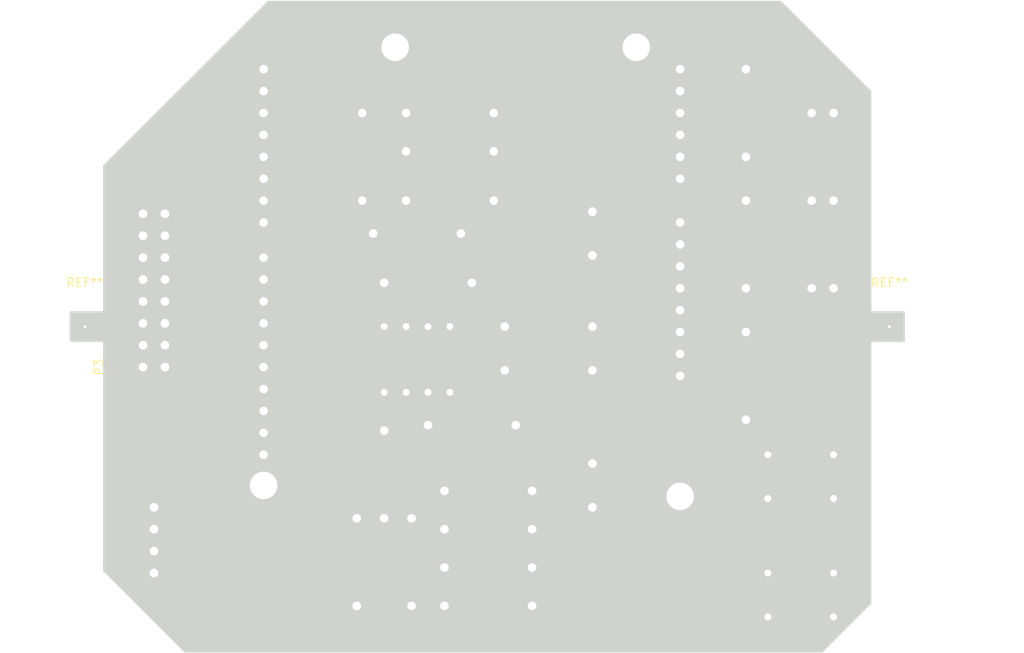
<source format=kicad_pcb>
(kicad_pcb (version 4) (host pcbnew 4.0.1-3.201512161002+6197~38~ubuntu14.04.1-stable)

  (general
    (links 71)
    (no_connects 1)
    (area 92.099713 58.115999 215.264 134.09)
    (thickness 1.6)
    (drawings 12)
    (tracks 229)
    (zones 0)
    (modules 32)
    (nets 45)
  )

  (page A4)
  (layers
    (0 F.Cu signal)
    (31 B.Cu signal)
    (32 B.Adhes user)
    (33 F.Adhes user)
    (34 B.Paste user)
    (35 F.Paste user)
    (36 B.SilkS user)
    (37 F.SilkS user)
    (38 B.Mask user)
    (39 F.Mask user)
    (40 Dwgs.User user)
    (41 Cmts.User user)
    (42 Eco1.User user)
    (43 Eco2.User user)
    (44 Edge.Cuts user)
    (45 Margin user)
    (46 B.CrtYd user)
    (47 F.CrtYd user)
    (48 B.Fab user)
    (49 F.Fab user)
  )

  (setup
    (last_trace_width 0.8)
    (trace_clearance 0.6)
    (zone_clearance 0.508)
    (zone_45_only no)
    (trace_min 0.2)
    (segment_width 0.2)
    (edge_width 0.1)
    (via_size 0.6)
    (via_drill 0.4)
    (via_min_size 0.4)
    (via_min_drill 0.3)
    (uvia_size 0.3)
    (uvia_drill 0.1)
    (uvias_allowed no)
    (uvia_min_size 0.2)
    (uvia_min_drill 0.1)
    (pcb_text_width 0.3)
    (pcb_text_size 1.5 1.5)
    (mod_edge_width 0.15)
    (mod_text_size 1 1)
    (mod_text_width 0.15)
    (pad_size 2.2352 2.2352)
    (pad_drill 0.32)
    (pad_to_mask_clearance 0)
    (aux_axis_origin 97.409 138.684)
    (grid_origin 97.409 138.684)
    (visible_elements 7FFFFFFF)
    (pcbplotparams
      (layerselection 0x01800_80000001)
      (usegerberextensions false)
      (excludeedgelayer true)
      (linewidth 0.100000)
      (plotframeref false)
      (viasonmask false)
      (mode 1)
      (useauxorigin true)
      (hpglpennumber 1)
      (hpglpenspeed 20)
      (hpglpendiameter 15)
      (hpglpenoverlay 2)
      (psnegative false)
      (psa4output false)
      (plotreference true)
      (plotvalue true)
      (plotinvisibletext false)
      (padsonsilk false)
      (subtractmaskfromsilk false)
      (outputformat 1)
      (mirror false)
      (drillshape 0)
      (scaleselection 1)
      (outputdirectory plot/))
  )

  (net 0 "")
  (net 1 Vout1)
  (net 2 GND)
  (net 3 Vout2)
  (net 4 "Net-(D1-Pad2)")
  (net 5 "Net-(D2-Pad2)")
  (net 6 "Net-(D3-Pad2)")
  (net 7 "Net-(J1-Pad2)")
  (net 8 "Net-(J1-Pad3)")
  (net 9 3.3v)
  (net 10 5v)
  (net 11 "Net-(J1-Pad8)")
  (net 12 "Net-(J1-Pad11)")
  (net 13 "Net-(J1-Pad12)")
  (net 14 "Net-(J1-Pad13)")
  (net 15 "Net-(J1-Pad14)")
  (net 16 "Net-(J1-Pad15)")
  (net 17 "Net-(J1-Pad16)")
  (net 18 "Net-(J1-Pad17)")
  (net 19 "Net-(J1-Pad18)")
  (net 20 "Net-(J1-Pad19)")
  (net 21 "Net-(J1-Pad20)")
  (net 22 "Net-(J1-Pad21)")
  (net 23 "Net-(J1-Pad22)")
  (net 24 "Net-(J1-Pad23)")
  (net 25 "Net-(J1-Pad24)")
  (net 26 Pin10)
  (net 27 Pin11)
  (net 28 Pin12)
  (net 29 Pin13)
  (net 30 "Net-(J1-Pad30)")
  (net 31 "Net-(J1-Pad31)")
  (net 32 "Net-(J1-Pad32)")
  (net 33 "Net-(P1-Pad1)")
  (net 34 "Net-(P1-Pad4)")
  (net 35 "Net-(P2-Pad1)")
  (net 36 "Net-(P2-Pad2)")
  (net 37 "Net-(P2-Pad3)")
  (net 38 "Net-(P2-Pad5)")
  (net 39 "Net-(P2-Pad6)")
  (net 40 "Net-(P2-Pad7)")
  (net 41 "Net-(P3-Pad5)")
  (net 42 "Net-(P3-Pad6)")
  (net 43 "Net-(R1-Pad2)")
  (net 44 "Net-(R10-Pad2)")

  (net_class Default "This is the default net class."
    (clearance 0.6)
    (trace_width 0.8)
    (via_dia 0.6)
    (via_drill 0.4)
    (uvia_dia 0.3)
    (uvia_drill 0.1)
    (add_net 3.3v)
    (add_net 5v)
    (add_net GND)
    (add_net "Net-(D1-Pad2)")
    (add_net "Net-(D2-Pad2)")
    (add_net "Net-(D3-Pad2)")
    (add_net "Net-(J1-Pad11)")
    (add_net "Net-(J1-Pad12)")
    (add_net "Net-(J1-Pad13)")
    (add_net "Net-(J1-Pad14)")
    (add_net "Net-(J1-Pad15)")
    (add_net "Net-(J1-Pad16)")
    (add_net "Net-(J1-Pad17)")
    (add_net "Net-(J1-Pad18)")
    (add_net "Net-(J1-Pad19)")
    (add_net "Net-(J1-Pad2)")
    (add_net "Net-(J1-Pad20)")
    (add_net "Net-(J1-Pad21)")
    (add_net "Net-(J1-Pad22)")
    (add_net "Net-(J1-Pad23)")
    (add_net "Net-(J1-Pad24)")
    (add_net "Net-(J1-Pad3)")
    (add_net "Net-(J1-Pad30)")
    (add_net "Net-(J1-Pad31)")
    (add_net "Net-(J1-Pad32)")
    (add_net "Net-(J1-Pad8)")
    (add_net "Net-(P1-Pad1)")
    (add_net "Net-(P1-Pad4)")
    (add_net "Net-(P2-Pad1)")
    (add_net "Net-(P2-Pad2)")
    (add_net "Net-(P2-Pad3)")
    (add_net "Net-(P2-Pad5)")
    (add_net "Net-(P2-Pad6)")
    (add_net "Net-(P2-Pad7)")
    (add_net "Net-(P3-Pad5)")
    (add_net "Net-(P3-Pad6)")
    (add_net "Net-(R1-Pad2)")
    (add_net "Net-(R10-Pad2)")
    (add_net Pin10)
    (add_net Pin11)
    (add_net Pin12)
    (add_net Pin13)
    (add_net Vout1)
    (add_net Vout2)
  )

  (module Discret:C2V8 (layer F.Cu) (tedit 0) (tstamp 56705438)
    (at 161.29 114.3 90)
    (descr "Condensateur polarise")
    (tags CP)
    (path /560EC127)
    (fp_text reference C1 (at 0 2.54 90) (layer F.SilkS)
      (effects (font (size 1 1) (thickness 0.15)))
    )
    (fp_text value C1 (at 0 -2.54 90) (layer F.Fab)
      (effects (font (size 1 1) (thickness 0.15)))
    )
    (fp_circle (center 0 0) (end -4.445 0) (layer F.SilkS) (width 0.15))
    (pad 1 thru_hole rect (at -2.54 0 90) (size 1.778 1.778) (drill 1.016) (layers *.Cu *.Mask F.SilkS)
      (net 1 Vout1))
    (pad 2 thru_hole circle (at 2.54 0 90) (size 1.778 1.778) (drill 1.016) (layers *.Cu *.Mask F.SilkS)
      (net 2 GND))
    (model Discret.3dshapes/C2V8.wrl
      (at (xyz 0 0 0))
      (scale (xyz 1 1 1))
      (rotate (xyz 0 0 0))
    )
  )

  (module Discret:C2V8 (layer F.Cu) (tedit 0) (tstamp 5670543E)
    (at 161.29 85.09 90)
    (descr "Condensateur polarise")
    (tags CP)
    (path /560EC094)
    (fp_text reference C2 (at 0 2.54 90) (layer F.SilkS)
      (effects (font (size 1 1) (thickness 0.15)))
    )
    (fp_text value C1 (at 0 -2.54 90) (layer F.Fab)
      (effects (font (size 1 1) (thickness 0.15)))
    )
    (fp_circle (center 0 0) (end -4.445 0) (layer F.SilkS) (width 0.15))
    (pad 1 thru_hole rect (at -2.54 0 90) (size 1.778 1.778) (drill 1.016) (layers *.Cu *.Mask F.SilkS)
      (net 3 Vout2))
    (pad 2 thru_hole circle (at 2.54 0 90) (size 1.778 1.778) (drill 1.016) (layers *.Cu *.Mask F.SilkS)
      (net 2 GND))
    (model Discret.3dshapes/C2V8.wrl
      (at (xyz 0 0 0))
      (scale (xyz 1 1 1))
      (rotate (xyz 0 0 0))
    )
  )

  (module LEDs:LED-5MM (layer F.Cu) (tedit 5570F7EA) (tstamp 56705444)
    (at 189.23 91.44 180)
    (descr "LED 5mm round vertical")
    (tags "LED 5mm round vertical")
    (path /566F09FD)
    (fp_text reference D1 (at 1.524 4.064 180) (layer F.SilkS)
      (effects (font (size 1 1) (thickness 0.15)))
    )
    (fp_text value LED (at 1.524 -3.937 180) (layer F.Fab)
      (effects (font (size 1 1) (thickness 0.15)))
    )
    (fp_line (start -1.5 -1.55) (end -1.5 1.55) (layer F.CrtYd) (width 0.05))
    (fp_arc (start 1.3 0) (end -1.5 1.55) (angle -302) (layer F.CrtYd) (width 0.05))
    (fp_arc (start 1.27 0) (end -1.23 -1.5) (angle 297.5) (layer F.SilkS) (width 0.15))
    (fp_line (start -1.23 1.5) (end -1.23 -1.5) (layer F.SilkS) (width 0.15))
    (fp_circle (center 1.27 0) (end 0.97 -2.5) (layer F.SilkS) (width 0.15))
    (fp_text user K (at -1.905 1.905 180) (layer F.SilkS)
      (effects (font (size 1 1) (thickness 0.15)))
    )
    (pad 1 thru_hole rect (at 0 0 270) (size 2 1.9) (drill 1.00076) (layers *.Cu *.Mask F.SilkS)
      (net 2 GND))
    (pad 2 thru_hole circle (at 2.54 0 180) (size 1.9 1.9) (drill 1.00076) (layers *.Cu *.Mask F.SilkS)
      (net 4 "Net-(D1-Pad2)"))
    (model LEDs.3dshapes/LED-5MM.wrl
      (at (xyz 0.05 0 0))
      (scale (xyz 1 1 1))
      (rotate (xyz 0 0 90))
    )
  )

  (module LEDs:LED-5MM (layer F.Cu) (tedit 5570F7EA) (tstamp 5670544A)
    (at 189.23 81.28 180)
    (descr "LED 5mm round vertical")
    (tags "LED 5mm round vertical")
    (path /566F0AF8)
    (fp_text reference D2 (at 1.524 4.064 180) (layer F.SilkS)
      (effects (font (size 1 1) (thickness 0.15)))
    )
    (fp_text value LED (at 1.524 -3.937 180) (layer F.Fab)
      (effects (font (size 1 1) (thickness 0.15)))
    )
    (fp_line (start -1.5 -1.55) (end -1.5 1.55) (layer F.CrtYd) (width 0.05))
    (fp_arc (start 1.3 0) (end -1.5 1.55) (angle -302) (layer F.CrtYd) (width 0.05))
    (fp_arc (start 1.27 0) (end -1.23 -1.5) (angle 297.5) (layer F.SilkS) (width 0.15))
    (fp_line (start -1.23 1.5) (end -1.23 -1.5) (layer F.SilkS) (width 0.15))
    (fp_circle (center 1.27 0) (end 0.97 -2.5) (layer F.SilkS) (width 0.15))
    (fp_text user K (at -1.905 1.905 180) (layer F.SilkS)
      (effects (font (size 1 1) (thickness 0.15)))
    )
    (pad 1 thru_hole rect (at 0 0 270) (size 2 1.9) (drill 1.00076) (layers *.Cu *.Mask F.SilkS)
      (net 2 GND))
    (pad 2 thru_hole circle (at 2.54 0 180) (size 1.9 1.9) (drill 1.00076) (layers *.Cu *.Mask F.SilkS)
      (net 5 "Net-(D2-Pad2)"))
    (model LEDs.3dshapes/LED-5MM.wrl
      (at (xyz 0.05 0 0))
      (scale (xyz 1 1 1))
      (rotate (xyz 0 0 90))
    )
  )

  (module LEDs:LED-5MM (layer F.Cu) (tedit 5570F7EA) (tstamp 56705450)
    (at 189.23 71.12 180)
    (descr "LED 5mm round vertical")
    (tags "LED 5mm round vertical")
    (path /566F0B44)
    (fp_text reference D3 (at 1.524 4.064 180) (layer F.SilkS)
      (effects (font (size 1 1) (thickness 0.15)))
    )
    (fp_text value LED (at 1.524 -3.937 180) (layer F.Fab)
      (effects (font (size 1 1) (thickness 0.15)))
    )
    (fp_line (start -1.5 -1.55) (end -1.5 1.55) (layer F.CrtYd) (width 0.05))
    (fp_arc (start 1.3 0) (end -1.5 1.55) (angle -302) (layer F.CrtYd) (width 0.05))
    (fp_arc (start 1.27 0) (end -1.23 -1.5) (angle 297.5) (layer F.SilkS) (width 0.15))
    (fp_line (start -1.23 1.5) (end -1.23 -1.5) (layer F.SilkS) (width 0.15))
    (fp_circle (center 1.27 0) (end 0.97 -2.5) (layer F.SilkS) (width 0.15))
    (fp_text user K (at -1.905 1.905 180) (layer F.SilkS)
      (effects (font (size 1 1) (thickness 0.15)))
    )
    (pad 1 thru_hole rect (at 0 0 270) (size 2 1.9) (drill 1.00076) (layers *.Cu *.Mask F.SilkS)
      (net 2 GND))
    (pad 2 thru_hole circle (at 2.54 0 180) (size 1.9 1.9) (drill 1.00076) (layers *.Cu *.Mask F.SilkS)
      (net 6 "Net-(D3-Pad2)"))
    (model LEDs.3dshapes/LED-5MM.wrl
      (at (xyz 0.05 0 0))
      (scale (xyz 1 1 1))
      (rotate (xyz 0 0 90))
    )
  )

  (module w_conn_misc:arduino_header (layer F.Cu) (tedit 0) (tstamp 56705478)
    (at 147.32 96.52 90)
    (descr "Arduino Header")
    (tags Arduino)
    (path /567048FD)
    (fp_text reference J1 (at 0 1.27 90) (layer F.SilkS)
      (effects (font (size 1.016 1.016) (thickness 0.2032)))
    )
    (fp_text value Arduino_Header (at 0 -1.27 90) (layer F.SilkS) hide
      (effects (font (size 1.016 0.889) (thickness 0.2032)))
    )
    (fp_line (start 31.75 -26.67) (end -31.75 -26.67) (layer F.SilkS) (width 0.381))
    (fp_line (start -31.75 26.67) (end 31.75 26.67) (layer F.SilkS) (width 0.381))
    (fp_line (start 35.56 21.59) (end 35.56 -11.43) (layer F.SilkS) (width 0.381))
    (fp_line (start 35.56 21.59) (end 33.02 24.13) (layer F.SilkS) (width 0.381))
    (fp_line (start 33.02 24.13) (end 33.02 25.4) (layer F.SilkS) (width 0.381))
    (fp_line (start 31.75 25.4) (end 16.51 25.4) (layer F.SilkS) (width 0.381))
    (fp_line (start 16.51 22.86) (end 31.75 22.86) (layer F.SilkS) (width 0.381))
    (fp_line (start 33.02 -25.4) (end 33.02 -13.97) (layer F.SilkS) (width 0.381))
    (fp_line (start 33.02 -13.97) (end 35.56 -11.43) (layer F.SilkS) (width 0.381))
    (fp_line (start 31.75 -26.67) (end 33.02 -25.4) (layer F.SilkS) (width 0.381))
    (fp_arc (start -31.75 -25.4) (end -33.02 -25.4) (angle 90) (layer F.SilkS) (width 0.381))
    (fp_line (start -33.02 25.4) (end -33.02 -25.4) (layer F.SilkS) (width 0.381))
    (fp_arc (start -31.75 25.4) (end -31.75 26.67) (angle 90) (layer F.SilkS) (width 0.381))
    (fp_arc (start 31.75 25.4) (end 33.02 25.4) (angle 90) (layer F.SilkS) (width 0.381))
    (fp_line (start -10.414 -25.4) (end -15.494 -25.4) (layer F.SilkS) (width 0.381))
    (fp_line (start -15.494 -25.4) (end -15.494 -22.86) (layer F.SilkS) (width 0.381))
    (fp_line (start -15.494 -22.86) (end -10.414 -22.86) (layer F.SilkS) (width 0.381))
    (fp_circle (center -17.78 -24.13) (end -15.875 -24.13) (layer F.SilkS) (width 0.381))
    (fp_circle (center 33.02 -8.89) (end 34.925 -8.89) (layer F.SilkS) (width 0.381))
    (fp_line (start 9.906 -22.86) (end -10.414 -22.86) (layer F.SilkS) (width 0.381))
    (fp_line (start -10.414 -22.86) (end -10.414 -25.4) (layer F.SilkS) (width 0.381))
    (fp_line (start 9.906 -22.86) (end 9.906 -25.4) (layer F.SilkS) (width 0.381))
    (fp_line (start 9.906 -25.4) (end -10.414 -25.4) (layer F.SilkS) (width 0.381))
    (fp_line (start 31.75 -25.4) (end 31.75 -22.86) (layer F.SilkS) (width 0.381))
    (fp_line (start 31.75 -22.86) (end 11.43 -22.86) (layer F.SilkS) (width 0.381))
    (fp_line (start 11.43 -22.86) (end 11.43 -25.4) (layer F.SilkS) (width 0.381))
    (fp_line (start 11.43 -25.4) (end 31.75 -25.4) (layer F.SilkS) (width 0.381))
    (fp_circle (center 33.02 19.05) (end 34.925 19.05) (layer F.SilkS) (width 0.381))
    (fp_circle (center -19.05 24.13) (end -17.145 24.13) (layer F.SilkS) (width 0.381))
    (fp_line (start -6.35 25.4) (end 13.97 25.4) (layer F.SilkS) (width 0.381))
    (fp_line (start 13.97 22.86) (end -6.35 22.86) (layer F.SilkS) (width 0.381))
    (fp_line (start 31.75 25.4) (end 31.75 22.86) (layer F.SilkS) (width 0.381))
    (fp_line (start 16.51 22.86) (end 16.51 25.4) (layer F.SilkS) (width 0.381))
    (fp_line (start 13.97 22.86) (end 13.97 25.4) (layer F.SilkS) (width 0.381))
    (fp_line (start -6.35 25.4) (end -6.35 22.86) (layer F.SilkS) (width 0.381))
    (pad 1 thru_hole oval (at -5.08 24.13 90) (size 1.524 2.19964) (drill 1.00076) (layers *.Cu *.Mask F.SilkS))
    (pad 2 thru_hole oval (at -2.54 24.13 90) (size 1.524 2.19964) (drill 1.00076) (layers *.Cu *.Mask F.SilkS)
      (net 7 "Net-(J1-Pad2)"))
    (pad 3 thru_hole oval (at 0 24.13 90) (size 1.524 2.19964) (drill 1.00076) (layers *.Cu *.Mask F.SilkS)
      (net 8 "Net-(J1-Pad3)"))
    (pad 4 thru_hole oval (at 2.54 24.13 90) (size 1.524 2.19964) (drill 1.00076) (layers *.Cu *.Mask F.SilkS)
      (net 9 3.3v))
    (pad 5 thru_hole oval (at 5.08 24.13 90) (size 1.524 2.19964) (drill 1.00076) (layers *.Cu *.Mask F.SilkS)
      (net 10 5v))
    (pad 6 thru_hole oval (at 7.62 24.13 90) (size 1.524 2.19964) (drill 1.00076) (layers *.Cu *.Mask F.SilkS)
      (net 2 GND))
    (pad 7 thru_hole oval (at 10.16 24.13 90) (size 1.524 2.19964) (drill 1.00076) (layers *.Cu *.Mask F.SilkS)
      (net 2 GND))
    (pad 8 thru_hole oval (at 12.7 24.13 90) (size 1.524 2.19964) (drill 1.00076) (layers *.Cu *.Mask F.SilkS)
      (net 11 "Net-(J1-Pad8)"))
    (pad 9 thru_hole oval (at 17.78 24.13 90) (size 1.524 2.19964) (drill 1.00076) (layers *.Cu *.Mask F.SilkS)
      (net 1 Vout1))
    (pad 10 thru_hole oval (at 20.32 24.13 90) (size 1.524 2.19964) (drill 1.00076) (layers *.Cu *.Mask F.SilkS)
      (net 3 Vout2))
    (pad 11 thru_hole oval (at 22.86 24.13 90) (size 1.524 2.19964) (drill 1.00076) (layers *.Cu *.Mask F.SilkS)
      (net 12 "Net-(J1-Pad11)"))
    (pad 12 thru_hole oval (at 25.4 24.13 90) (size 1.524 2.19964) (drill 1.00076) (layers *.Cu *.Mask F.SilkS)
      (net 13 "Net-(J1-Pad12)"))
    (pad 13 thru_hole oval (at 27.94 24.13 90) (size 1.524 2.19964) (drill 1.00076) (layers *.Cu *.Mask F.SilkS)
      (net 14 "Net-(J1-Pad13)"))
    (pad 14 thru_hole oval (at 30.48 24.13 90) (size 1.524 2.19964) (drill 1.00076) (layers *.Cu *.Mask F.SilkS)
      (net 15 "Net-(J1-Pad14)"))
    (pad "" np_thru_hole circle (at -19.05 24.13 90) (size 3.19786 3.19786) (drill 3.19786) (layers *.Cu *.Mask F.SilkS))
    (pad "" np_thru_hole circle (at 33.02 19.05 90) (size 3.19786 3.19786) (drill 3.19786) (layers *.Cu *.Mask F.SilkS))
    (pad 15 thru_hole oval (at 30.48 -24.13 90) (size 1.524 2.1971) (drill 0.99822) (layers *.Cu *.Mask F.SilkS)
      (net 16 "Net-(J1-Pad15)"))
    (pad 16 thru_hole oval (at 27.94 -24.13 90) (size 1.524 2.1971) (drill 0.99822) (layers *.Cu *.Mask F.SilkS)
      (net 17 "Net-(J1-Pad16)"))
    (pad 17 thru_hole oval (at 25.4 -24.13 90) (size 1.524 2.1971) (drill 0.99822) (layers *.Cu *.Mask F.SilkS)
      (net 18 "Net-(J1-Pad17)"))
    (pad 18 thru_hole oval (at 22.86 -24.13 90) (size 1.524 2.1971) (drill 0.99822) (layers *.Cu *.Mask F.SilkS)
      (net 19 "Net-(J1-Pad18)"))
    (pad 19 thru_hole oval (at 20.32 -24.13 90) (size 1.524 2.1971) (drill 0.99822) (layers *.Cu *.Mask F.SilkS)
      (net 20 "Net-(J1-Pad19)"))
    (pad 20 thru_hole oval (at 17.78 -24.13 90) (size 1.524 2.1971) (drill 0.99822) (layers *.Cu *.Mask F.SilkS)
      (net 21 "Net-(J1-Pad20)"))
    (pad 21 thru_hole oval (at 15.24 -24.13 90) (size 1.524 2.1971) (drill 0.99822) (layers *.Cu *.Mask F.SilkS)
      (net 22 "Net-(J1-Pad21)"))
    (pad 22 thru_hole oval (at 12.7 -24.13 90) (size 1.524 2.1971) (drill 0.99822) (layers *.Cu *.Mask F.SilkS)
      (net 23 "Net-(J1-Pad22)"))
    (pad 23 thru_hole oval (at 8.636 -24.13 90) (size 1.524 2.1971) (drill 0.99822) (layers *.Cu *.Mask F.SilkS)
      (net 24 "Net-(J1-Pad23)"))
    (pad 24 thru_hole oval (at 6.096 -24.13 90) (size 1.524 2.1971) (drill 0.99822) (layers *.Cu *.Mask F.SilkS)
      (net 25 "Net-(J1-Pad24)"))
    (pad 25 thru_hole oval (at 3.556 -24.13 90) (size 1.524 2.1971) (drill 0.99822) (layers *.Cu *.Mask F.SilkS)
      (net 26 Pin10))
    (pad 26 thru_hole oval (at 1.016 -24.13 90) (size 1.524 2.1971) (drill 0.99822) (layers *.Cu *.Mask F.SilkS)
      (net 27 Pin11))
    (pad 27 thru_hole oval (at -1.524 -24.13 90) (size 1.524 2.1971) (drill 0.99822) (layers *.Cu *.Mask F.SilkS)
      (net 28 Pin12))
    (pad 28 thru_hole oval (at -4.064 -24.13 90) (size 1.524 2.1971) (drill 0.99822) (layers *.Cu *.Mask F.SilkS)
      (net 29 Pin13))
    (pad 29 thru_hole oval (at -6.604 -24.13 90) (size 1.524 2.1971) (drill 0.99822) (layers *.Cu *.Mask F.SilkS)
      (net 2 GND))
    (pad 30 thru_hole oval (at -9.14146 -24.13 90) (size 1.524 2.1971) (drill 0.99822) (layers *.Cu *.Mask F.SilkS)
      (net 30 "Net-(J1-Pad30)"))
    (pad "" np_thru_hole circle (at -17.78 -24.13 90) (size 3.19786 3.19786) (drill 3.19786) (layers *.Cu *.Mask F.SilkS))
    (pad 31 thru_hole oval (at -11.684 -24.13 90) (size 1.524 2.1971) (drill 0.99822) (layers *.Cu *.Mask F.SilkS)
      (net 31 "Net-(J1-Pad31)"))
    (pad 32 thru_hole oval (at -14.224 -24.13 90) (size 1.524 2.1971) (drill 0.99822) (layers *.Cu *.Mask F.SilkS)
      (net 32 "Net-(J1-Pad32)"))
    (pad "" np_thru_hole circle (at 33.02 -8.89 90) (size 3.19786 3.19786) (drill 3.19786) (layers *.Cu *.Mask F.SilkS))
    (model walter/conn_misc/arduino_header.wrl
      (at (xyz 0 0 0))
      (scale (xyz 1 1 1))
      (rotate (xyz 0 0 0))
    )
  )

  (module Socket_Strips:Socket_Strip_Straight_1x04 (layer F.Cu) (tedit 0) (tstamp 56705480)
    (at 110.49 116.84 270)
    (descr "Through hole socket strip")
    (tags "socket strip")
    (path /5609460D)
    (fp_text reference P1 (at 0 -5.1 270) (layer F.SilkS)
      (effects (font (size 1 1) (thickness 0.15)))
    )
    (fp_text value CONN_01X04 (at 0 -3.1 270) (layer F.Fab)
      (effects (font (size 1 1) (thickness 0.15)))
    )
    (fp_line (start -1.75 -1.75) (end -1.75 1.75) (layer F.CrtYd) (width 0.05))
    (fp_line (start 9.4 -1.75) (end 9.4 1.75) (layer F.CrtYd) (width 0.05))
    (fp_line (start -1.75 -1.75) (end 9.4 -1.75) (layer F.CrtYd) (width 0.05))
    (fp_line (start -1.75 1.75) (end 9.4 1.75) (layer F.CrtYd) (width 0.05))
    (fp_line (start 1.27 -1.27) (end 8.89 -1.27) (layer F.SilkS) (width 0.15))
    (fp_line (start 1.27 1.27) (end 8.89 1.27) (layer F.SilkS) (width 0.15))
    (fp_line (start -1.55 1.55) (end 0 1.55) (layer F.SilkS) (width 0.15))
    (fp_line (start 8.89 -1.27) (end 8.89 1.27) (layer F.SilkS) (width 0.15))
    (fp_line (start 1.27 1.27) (end 1.27 -1.27) (layer F.SilkS) (width 0.15))
    (fp_line (start 0 -1.55) (end -1.55 -1.55) (layer F.SilkS) (width 0.15))
    (fp_line (start -1.55 -1.55) (end -1.55 1.55) (layer F.SilkS) (width 0.15))
    (pad 1 thru_hole rect (at 0 0 270) (size 1.7272 2.032) (drill 1.016) (layers *.Cu *.Mask F.SilkS)
      (net 33 "Net-(P1-Pad1)"))
    (pad 2 thru_hole oval (at 2.54 0 270) (size 1.7272 2.032) (drill 1.016) (layers *.Cu *.Mask F.SilkS)
      (net 2 GND))
    (pad 3 thru_hole oval (at 5.08 0 270) (size 1.7272 2.032) (drill 1.016) (layers *.Cu *.Mask F.SilkS)
      (net 2 GND))
    (pad 4 thru_hole oval (at 7.62 0 270) (size 1.7272 2.032) (drill 1.016) (layers *.Cu *.Mask F.SilkS)
      (net 34 "Net-(P1-Pad4)"))
    (model Socket_Strips.3dshapes/Socket_Strip_Straight_1x04.wrl
      (at (xyz 0.15 0 0))
      (scale (xyz 1 1 1))
      (rotate (xyz 0 0 180))
    )
  )

  (module Housings_DIP:DIP-8_W7.62mm_LongPads (layer F.Cu) (tedit 54130A77) (tstamp 5670548C)
    (at 137.16 103.505 90)
    (descr "8-lead dip package, row spacing 7.62 mm (300 mils), longer pads")
    (tags "dil dip 2.54 300")
    (path /5670B9DD)
    (fp_text reference P2 (at 0 -5.22 90) (layer F.SilkS)
      (effects (font (size 1 1) (thickness 0.15)))
    )
    (fp_text value LM358-P (at 0 -3.72 90) (layer F.Fab)
      (effects (font (size 1 1) (thickness 0.15)))
    )
    (fp_line (start -1.4 -2.45) (end -1.4 10.1) (layer F.CrtYd) (width 0.05))
    (fp_line (start 9 -2.45) (end 9 10.1) (layer F.CrtYd) (width 0.05))
    (fp_line (start -1.4 -2.45) (end 9 -2.45) (layer F.CrtYd) (width 0.05))
    (fp_line (start -1.4 10.1) (end 9 10.1) (layer F.CrtYd) (width 0.05))
    (fp_line (start 0.135 -2.295) (end 0.135 -1.025) (layer F.SilkS) (width 0.15))
    (fp_line (start 7.485 -2.295) (end 7.485 -1.025) (layer F.SilkS) (width 0.15))
    (fp_line (start 7.485 9.915) (end 7.485 8.645) (layer F.SilkS) (width 0.15))
    (fp_line (start 0.135 9.915) (end 0.135 8.645) (layer F.SilkS) (width 0.15))
    (fp_line (start 0.135 -2.295) (end 7.485 -2.295) (layer F.SilkS) (width 0.15))
    (fp_line (start 0.135 9.915) (end 7.485 9.915) (layer F.SilkS) (width 0.15))
    (fp_line (start 0.135 -1.025) (end -1.15 -1.025) (layer F.SilkS) (width 0.15))
    (pad 1 thru_hole oval (at 0 0 90) (size 2.3 1.6) (drill 0.8) (layers *.Cu *.Mask F.SilkS)
      (net 35 "Net-(P2-Pad1)"))
    (pad 2 thru_hole oval (at 0 2.54 90) (size 2.3 1.6) (drill 0.8) (layers *.Cu *.Mask F.SilkS)
      (net 36 "Net-(P2-Pad2)"))
    (pad 3 thru_hole oval (at 0 5.08 90) (size 2.3 1.6) (drill 0.8) (layers *.Cu *.Mask F.SilkS)
      (net 37 "Net-(P2-Pad3)"))
    (pad 4 thru_hole oval (at 0 7.62 90) (size 2.3 1.6) (drill 0.8) (layers *.Cu *.Mask F.SilkS)
      (net 2 GND))
    (pad 5 thru_hole oval (at 7.62 7.62 90) (size 2.3 1.6) (drill 0.8) (layers *.Cu *.Mask F.SilkS)
      (net 38 "Net-(P2-Pad5)"))
    (pad 6 thru_hole oval (at 7.62 5.08 90) (size 2.3 1.6) (drill 0.8) (layers *.Cu *.Mask F.SilkS)
      (net 39 "Net-(P2-Pad6)"))
    (pad 7 thru_hole oval (at 7.62 2.54 90) (size 2.3 1.6) (drill 0.8) (layers *.Cu *.Mask F.SilkS)
      (net 40 "Net-(P2-Pad7)"))
    (pad 8 thru_hole oval (at 7.62 0 90) (size 2.3 1.6) (drill 0.8) (layers *.Cu *.Mask F.SilkS)
      (net 10 5v))
    (model Housings_DIP.3dshapes/DIP-8_W7.62mm_LongPads.wrl
      (at (xyz 0 0 0))
      (scale (xyz 1 1 1))
      (rotate (xyz 0 0 0))
    )
  )

  (module Socket_Strips:Socket_Strip_Straight_2x08 (layer F.Cu) (tedit 0) (tstamp 567054A0)
    (at 109.22 100.584 90)
    (descr "Through hole socket strip")
    (tags "socket strip")
    (path /56213F08)
    (fp_text reference P3 (at 0 -5.1 90) (layer F.SilkS)
      (effects (font (size 1 1) (thickness 0.15)))
    )
    (fp_text value CONN_02X08 (at 0 -3.1 90) (layer F.Fab)
      (effects (font (size 1 1) (thickness 0.15)))
    )
    (fp_line (start -1.75 -1.75) (end -1.75 4.3) (layer F.CrtYd) (width 0.05))
    (fp_line (start 19.55 -1.75) (end 19.55 4.3) (layer F.CrtYd) (width 0.05))
    (fp_line (start -1.75 -1.75) (end 19.55 -1.75) (layer F.CrtYd) (width 0.05))
    (fp_line (start -1.75 4.3) (end 19.55 4.3) (layer F.CrtYd) (width 0.05))
    (fp_line (start 19.05 3.81) (end -1.27 3.81) (layer F.SilkS) (width 0.15))
    (fp_line (start 1.27 -1.27) (end 19.05 -1.27) (layer F.SilkS) (width 0.15))
    (fp_line (start 19.05 3.81) (end 19.05 -1.27) (layer F.SilkS) (width 0.15))
    (fp_line (start -1.27 3.81) (end -1.27 1.27) (layer F.SilkS) (width 0.15))
    (fp_line (start 0 -1.55) (end -1.55 -1.55) (layer F.SilkS) (width 0.15))
    (fp_line (start -1.27 1.27) (end 1.27 1.27) (layer F.SilkS) (width 0.15))
    (fp_line (start 1.27 1.27) (end 1.27 -1.27) (layer F.SilkS) (width 0.15))
    (fp_line (start -1.55 -1.55) (end -1.55 0) (layer F.SilkS) (width 0.15))
    (pad 1 thru_hole rect (at 0 0 90) (size 1.7272 1.7272) (drill 1.016) (layers *.Cu *.Mask F.SilkS)
      (net 2 GND))
    (pad 2 thru_hole oval (at 0 2.54 90) (size 1.7272 1.7272) (drill 1.016) (layers *.Cu *.Mask F.SilkS)
      (net 2 GND))
    (pad 3 thru_hole oval (at 2.54 0 90) (size 1.7272 1.7272) (drill 1.016) (layers *.Cu *.Mask F.SilkS)
      (net 9 3.3v))
    (pad 4 thru_hole oval (at 2.54 2.54 90) (size 1.7272 1.7272) (drill 1.016) (layers *.Cu *.Mask F.SilkS)
      (net 9 3.3v))
    (pad 5 thru_hole oval (at 5.08 0 90) (size 1.7272 1.7272) (drill 1.016) (layers *.Cu *.Mask F.SilkS)
      (net 41 "Net-(P3-Pad5)"))
    (pad 6 thru_hole oval (at 5.08 2.54 90) (size 1.7272 1.7272) (drill 1.016) (layers *.Cu *.Mask F.SilkS)
      (net 42 "Net-(P3-Pad6)"))
    (pad 7 thru_hole oval (at 7.62 0 90) (size 1.7272 1.7272) (drill 1.016) (layers *.Cu *.Mask F.SilkS)
      (net 26 Pin10))
    (pad 8 thru_hole oval (at 7.62 2.54 90) (size 1.7272 1.7272) (drill 1.016) (layers *.Cu *.Mask F.SilkS)
      (net 26 Pin10))
    (pad 9 thru_hole oval (at 10.16 0 90) (size 1.7272 1.7272) (drill 1.016) (layers *.Cu *.Mask F.SilkS)
      (net 27 Pin11))
    (pad 10 thru_hole oval (at 10.16 2.54 90) (size 1.7272 1.7272) (drill 1.016) (layers *.Cu *.Mask F.SilkS)
      (net 27 Pin11))
    (pad 11 thru_hole oval (at 12.7 0 90) (size 1.7272 1.7272) (drill 1.016) (layers *.Cu *.Mask F.SilkS)
      (net 29 Pin13))
    (pad 12 thru_hole oval (at 12.7 2.54 90) (size 1.7272 1.7272) (drill 1.016) (layers *.Cu *.Mask F.SilkS)
      (net 29 Pin13))
    (pad 13 thru_hole oval (at 15.24 0 90) (size 1.7272 1.7272) (drill 1.016) (layers *.Cu *.Mask F.SilkS)
      (net 28 Pin12))
    (pad 14 thru_hole oval (at 15.24 2.54 90) (size 1.7272 1.7272) (drill 1.016) (layers *.Cu *.Mask F.SilkS)
      (net 28 Pin12))
    (pad 15 thru_hole oval (at 17.78 0 90) (size 1.7272 1.7272) (drill 1.016) (layers *.Cu *.Mask F.SilkS)
      (net 2 GND))
    (pad 16 thru_hole oval (at 17.78 2.54 90) (size 1.7272 1.7272) (drill 1.016) (layers *.Cu *.Mask F.SilkS)
      (net 2 GND))
    (model Socket_Strips.3dshapes/Socket_Strip_Straight_2x08.wrl
      (at (xyz 0.35 -0.05 0))
      (scale (xyz 1 1 1))
      (rotate (xyz 0 0 180))
    )
  )

  (module Resistors_ThroughHole:Resistor_Horizontal_RM10mm (layer F.Cu) (tedit 53F56209) (tstamp 567054A6)
    (at 133.985 123.19 270)
    (descr "Resistor, Axial,  RM 10mm, 1/3W,")
    (tags "Resistor, Axial, RM 10mm, 1/3W,")
    (path /56093E5D)
    (fp_text reference R1 (at 0.24892 -3.50012 270) (layer F.SilkS)
      (effects (font (size 1 1) (thickness 0.15)))
    )
    (fp_text value R1 (at 3.81 3.81 270) (layer F.Fab)
      (effects (font (size 1 1) (thickness 0.15)))
    )
    (fp_line (start -2.54 -1.27) (end 2.54 -1.27) (layer F.SilkS) (width 0.15))
    (fp_line (start 2.54 -1.27) (end 2.54 1.27) (layer F.SilkS) (width 0.15))
    (fp_line (start 2.54 1.27) (end -2.54 1.27) (layer F.SilkS) (width 0.15))
    (fp_line (start -2.54 1.27) (end -2.54 -1.27) (layer F.SilkS) (width 0.15))
    (fp_line (start -2.54 0) (end -3.81 0) (layer F.SilkS) (width 0.15))
    (fp_line (start 2.54 0) (end 3.81 0) (layer F.SilkS) (width 0.15))
    (pad 1 thru_hole circle (at -5.08 0 270) (size 1.99898 1.99898) (drill 1.00076) (layers *.Cu *.SilkS *.Mask)
      (net 10 5v))
    (pad 2 thru_hole circle (at 5.08 0 270) (size 1.99898 1.99898) (drill 1.00076) (layers *.Cu *.SilkS *.Mask)
      (net 43 "Net-(R1-Pad2)"))
    (model Resistors_ThroughHole.3dshapes/Resistor_Horizontal_RM10mm.wrl
      (at (xyz 0 0 0))
      (scale (xyz 0.4 0.4 0.4))
      (rotate (xyz 0 0 0))
    )
  )

  (module Resistors_ThroughHole:Resistor_Horizontal_RM10mm (layer F.Cu) (tedit 56747012) (tstamp 567054AC)
    (at 149.225 128.27)
    (descr "Resistor, Axial,  RM 10mm, 1/3W,")
    (tags "Resistor, Axial, RM 10mm, 1/3W,")
    (path /56093FE2)
    (fp_text reference R2 (at 0.24892 -3.50012) (layer F.SilkS)
      (effects (font (size 1 1) (thickness 0.15)))
    )
    (fp_text value R1 (at 0 4.445) (layer F.Fab)
      (effects (font (size 1 1) (thickness 0.15)))
    )
    (fp_line (start -2.54 -1.27) (end 2.54 -1.27) (layer F.SilkS) (width 0.15))
    (fp_line (start 2.54 -1.27) (end 2.54 1.27) (layer F.SilkS) (width 0.15))
    (fp_line (start 2.54 1.27) (end -2.54 1.27) (layer F.SilkS) (width 0.15))
    (fp_line (start -2.54 1.27) (end -2.54 -1.27) (layer F.SilkS) (width 0.15))
    (fp_line (start -2.54 0) (end -3.81 0) (layer F.SilkS) (width 0.15))
    (fp_line (start 2.54 0) (end 3.81 0) (layer F.SilkS) (width 0.15))
    (pad 1 thru_hole circle (at -5.08 0) (size 1.99898 1.99898) (drill 1.00076) (layers *.Cu *.SilkS *.Mask)
      (net 43 "Net-(R1-Pad2)"))
    (pad 2 thru_hole circle (at 5.08 0) (size 1.99898 1.99898) (drill 1.00076) (layers *.Cu *.SilkS *.Mask)
      (net 2 GND))
    (model Resistors_ThroughHole.3dshapes/Resistor_Horizontal_RM10mm.wrl
      (at (xyz 0 0 0))
      (scale (xyz 0.4 0.4 0.4))
      (rotate (xyz 0 0 0))
    )
  )

  (module Resistors_ThroughHole:Resistor_Horizontal_RM10mm (layer F.Cu) (tedit 53F56209) (tstamp 567054B2)
    (at 140.335 123.19 270)
    (descr "Resistor, Axial,  RM 10mm, 1/3W,")
    (tags "Resistor, Axial, RM 10mm, 1/3W,")
    (path /56096B7A)
    (fp_text reference R3 (at 0.24892 -3.50012 270) (layer F.SilkS)
      (effects (font (size 1 1) (thickness 0.15)))
    )
    (fp_text value R2 (at 3.81 3.81 270) (layer F.Fab)
      (effects (font (size 1 1) (thickness 0.15)))
    )
    (fp_line (start -2.54 -1.27) (end 2.54 -1.27) (layer F.SilkS) (width 0.15))
    (fp_line (start 2.54 -1.27) (end 2.54 1.27) (layer F.SilkS) (width 0.15))
    (fp_line (start 2.54 1.27) (end -2.54 1.27) (layer F.SilkS) (width 0.15))
    (fp_line (start -2.54 1.27) (end -2.54 -1.27) (layer F.SilkS) (width 0.15))
    (fp_line (start -2.54 0) (end -3.81 0) (layer F.SilkS) (width 0.15))
    (fp_line (start 2.54 0) (end 3.81 0) (layer F.SilkS) (width 0.15))
    (pad 1 thru_hole circle (at -5.08 0 270) (size 1.99898 1.99898) (drill 1.00076) (layers *.Cu *.SilkS *.Mask)
      (net 36 "Net-(P2-Pad2)"))
    (pad 2 thru_hole circle (at 5.08 0 270) (size 1.99898 1.99898) (drill 1.00076) (layers *.Cu *.SilkS *.Mask)
      (net 43 "Net-(R1-Pad2)"))
    (model Resistors_ThroughHole.3dshapes/Resistor_Horizontal_RM10mm.wrl
      (at (xyz 0 0 0))
      (scale (xyz 0.4 0.4 0.4))
      (rotate (xyz 0 0 0))
    )
  )

  (module Resistors_ThroughHole:Resistor_Horizontal_RM10mm (layer F.Cu) (tedit 53F56209) (tstamp 567054B8)
    (at 149.225 119.38)
    (descr "Resistor, Axial,  RM 10mm, 1/3W,")
    (tags "Resistor, Axial, RM 10mm, 1/3W,")
    (path /56096044)
    (fp_text reference R4 (at 0.24892 -3.50012) (layer F.SilkS)
      (effects (font (size 1 1) (thickness 0.15)))
    )
    (fp_text value R2 (at 3.81 3.81) (layer F.Fab)
      (effects (font (size 1 1) (thickness 0.15)))
    )
    (fp_line (start -2.54 -1.27) (end 2.54 -1.27) (layer F.SilkS) (width 0.15))
    (fp_line (start 2.54 -1.27) (end 2.54 1.27) (layer F.SilkS) (width 0.15))
    (fp_line (start 2.54 1.27) (end -2.54 1.27) (layer F.SilkS) (width 0.15))
    (fp_line (start -2.54 1.27) (end -2.54 -1.27) (layer F.SilkS) (width 0.15))
    (fp_line (start -2.54 0) (end -3.81 0) (layer F.SilkS) (width 0.15))
    (fp_line (start 2.54 0) (end 3.81 0) (layer F.SilkS) (width 0.15))
    (pad 1 thru_hole circle (at -5.08 0) (size 1.99898 1.99898) (drill 1.00076) (layers *.Cu *.SilkS *.Mask)
      (net 37 "Net-(P2-Pad3)"))
    (pad 2 thru_hole circle (at 5.08 0) (size 1.99898 1.99898) (drill 1.00076) (layers *.Cu *.SilkS *.Mask)
      (net 34 "Net-(P1-Pad4)"))
    (model Resistors_ThroughHole.3dshapes/Resistor_Horizontal_RM10mm.wrl
      (at (xyz 0 0 0))
      (scale (xyz 0.4 0.4 0.4))
      (rotate (xyz 0 0 0))
    )
  )

  (module Resistors_ThroughHole:Resistor_Horizontal_RM10mm (layer F.Cu) (tedit 53F56209) (tstamp 567054BE)
    (at 149.225 123.825)
    (descr "Resistor, Axial,  RM 10mm, 1/3W,")
    (tags "Resistor, Axial, RM 10mm, 1/3W,")
    (path /5609404B)
    (fp_text reference R5 (at 0.24892 -3.50012) (layer F.SilkS)
      (effects (font (size 1 1) (thickness 0.15)))
    )
    (fp_text value R1 (at 3.81 3.81) (layer F.Fab)
      (effects (font (size 1 1) (thickness 0.15)))
    )
    (fp_line (start -2.54 -1.27) (end 2.54 -1.27) (layer F.SilkS) (width 0.15))
    (fp_line (start 2.54 -1.27) (end 2.54 1.27) (layer F.SilkS) (width 0.15))
    (fp_line (start 2.54 1.27) (end -2.54 1.27) (layer F.SilkS) (width 0.15))
    (fp_line (start -2.54 1.27) (end -2.54 -1.27) (layer F.SilkS) (width 0.15))
    (fp_line (start -2.54 0) (end -3.81 0) (layer F.SilkS) (width 0.15))
    (fp_line (start 2.54 0) (end 3.81 0) (layer F.SilkS) (width 0.15))
    (pad 1 thru_hole circle (at -5.08 0) (size 1.99898 1.99898) (drill 1.00076) (layers *.Cu *.SilkS *.Mask)
      (net 10 5v))
    (pad 2 thru_hole circle (at 5.08 0) (size 1.99898 1.99898) (drill 1.00076) (layers *.Cu *.SilkS *.Mask)
      (net 34 "Net-(P1-Pad4)"))
    (model Resistors_ThroughHole.3dshapes/Resistor_Horizontal_RM10mm.wrl
      (at (xyz 0 0 0))
      (scale (xyz 0.4 0.4 0.4))
      (rotate (xyz 0 0 0))
    )
  )

  (module Resistors_ThroughHole:Resistor_Horizontal_RM10mm (layer F.Cu) (tedit 53F56209) (tstamp 567054C4)
    (at 149.225 114.935)
    (descr "Resistor, Axial,  RM 10mm, 1/3W,")
    (tags "Resistor, Axial, RM 10mm, 1/3W,")
    (path /560EC441)
    (fp_text reference R6 (at 0.24892 -3.50012) (layer F.SilkS)
      (effects (font (size 1 1) (thickness 0.15)))
    )
    (fp_text value R4 (at 3.81 3.81) (layer F.Fab)
      (effects (font (size 1 1) (thickness 0.15)))
    )
    (fp_line (start -2.54 -1.27) (end 2.54 -1.27) (layer F.SilkS) (width 0.15))
    (fp_line (start 2.54 -1.27) (end 2.54 1.27) (layer F.SilkS) (width 0.15))
    (fp_line (start 2.54 1.27) (end -2.54 1.27) (layer F.SilkS) (width 0.15))
    (fp_line (start -2.54 1.27) (end -2.54 -1.27) (layer F.SilkS) (width 0.15))
    (fp_line (start -2.54 0) (end -3.81 0) (layer F.SilkS) (width 0.15))
    (fp_line (start 2.54 0) (end 3.81 0) (layer F.SilkS) (width 0.15))
    (pad 1 thru_hole circle (at -5.08 0) (size 1.99898 1.99898) (drill 1.00076) (layers *.Cu *.SilkS *.Mask)
      (net 35 "Net-(P2-Pad1)"))
    (pad 2 thru_hole circle (at 5.08 0) (size 1.99898 1.99898) (drill 1.00076) (layers *.Cu *.SilkS *.Mask)
      (net 1 Vout1))
    (model Resistors_ThroughHole.3dshapes/Resistor_Horizontal_RM10mm.wrl
      (at (xyz 0 0 0))
      (scale (xyz 0.4 0.4 0.4))
      (rotate (xyz 0 0 0))
    )
  )

  (module Resistors_ThroughHole:Resistor_Horizontal_RM10mm (layer F.Cu) (tedit 53F56209) (tstamp 567054CA)
    (at 137.16 113.03 270)
    (descr "Resistor, Axial,  RM 10mm, 1/3W,")
    (tags "Resistor, Axial, RM 10mm, 1/3W,")
    (path /56096C42)
    (fp_text reference R7 (at 0.24892 -3.50012 270) (layer F.SilkS)
      (effects (font (size 1 1) (thickness 0.15)))
    )
    (fp_text value R3 (at 3.81 3.81 270) (layer F.Fab)
      (effects (font (size 1 1) (thickness 0.15)))
    )
    (fp_line (start -2.54 -1.27) (end 2.54 -1.27) (layer F.SilkS) (width 0.15))
    (fp_line (start 2.54 -1.27) (end 2.54 1.27) (layer F.SilkS) (width 0.15))
    (fp_line (start 2.54 1.27) (end -2.54 1.27) (layer F.SilkS) (width 0.15))
    (fp_line (start -2.54 1.27) (end -2.54 -1.27) (layer F.SilkS) (width 0.15))
    (fp_line (start -2.54 0) (end -3.81 0) (layer F.SilkS) (width 0.15))
    (fp_line (start 2.54 0) (end 3.81 0) (layer F.SilkS) (width 0.15))
    (pad 1 thru_hole circle (at -5.08 0 270) (size 1.99898 1.99898) (drill 1.00076) (layers *.Cu *.SilkS *.Mask)
      (net 35 "Net-(P2-Pad1)"))
    (pad 2 thru_hole circle (at 5.08 0 270) (size 1.99898 1.99898) (drill 1.00076) (layers *.Cu *.SilkS *.Mask)
      (net 36 "Net-(P2-Pad2)"))
    (model Resistors_ThroughHole.3dshapes/Resistor_Horizontal_RM10mm.wrl
      (at (xyz 0 0 0))
      (scale (xyz 0.4 0.4 0.4))
      (rotate (xyz 0 0 0))
    )
  )

  (module Resistors_ThroughHole:Resistor_Horizontal_RM10mm (layer F.Cu) (tedit 53F56209) (tstamp 567054D0)
    (at 147.32 107.315 180)
    (descr "Resistor, Axial,  RM 10mm, 1/3W,")
    (tags "Resistor, Axial, RM 10mm, 1/3W,")
    (path /56096BE3)
    (fp_text reference R8 (at 0.24892 -3.50012 180) (layer F.SilkS)
      (effects (font (size 1 1) (thickness 0.15)))
    )
    (fp_text value R3 (at 3.81 3.81 180) (layer F.Fab)
      (effects (font (size 1 1) (thickness 0.15)))
    )
    (fp_line (start -2.54 -1.27) (end 2.54 -1.27) (layer F.SilkS) (width 0.15))
    (fp_line (start 2.54 -1.27) (end 2.54 1.27) (layer F.SilkS) (width 0.15))
    (fp_line (start 2.54 1.27) (end -2.54 1.27) (layer F.SilkS) (width 0.15))
    (fp_line (start -2.54 1.27) (end -2.54 -1.27) (layer F.SilkS) (width 0.15))
    (fp_line (start -2.54 0) (end -3.81 0) (layer F.SilkS) (width 0.15))
    (fp_line (start 2.54 0) (end 3.81 0) (layer F.SilkS) (width 0.15))
    (pad 1 thru_hole circle (at -5.08 0 180) (size 1.99898 1.99898) (drill 1.00076) (layers *.Cu *.SilkS *.Mask)
      (net 2 GND))
    (pad 2 thru_hole circle (at 5.08 0 180) (size 1.99898 1.99898) (drill 1.00076) (layers *.Cu *.SilkS *.Mask)
      (net 37 "Net-(P2-Pad3)"))
    (model Resistors_ThroughHole.3dshapes/Resistor_Horizontal_RM10mm.wrl
      (at (xyz 0 0 0))
      (scale (xyz 0.4 0.4 0.4))
      (rotate (xyz 0 0 0))
    )
  )

  (module Resistors_ThroughHole:Resistor_Horizontal_RM10mm (layer F.Cu) (tedit 569D21F9) (tstamp 567054D6)
    (at 144.78 71.12 180)
    (descr "Resistor, Axial,  RM 10mm, 1/3W,")
    (tags "Resistor, Axial, RM 10mm, 1/3W,")
    (path /56097033)
    (fp_text reference R9 (at 0.24892 -3.50012 180) (layer F.SilkS)
      (effects (font (size 1 1) (thickness 0.15)))
    )
    (fp_text value R2 (at 0.254 0.254 180) (layer F.Fab)
      (effects (font (size 1 1) (thickness 0.15)))
    )
    (fp_line (start -2.54 -1.27) (end 2.54 -1.27) (layer F.SilkS) (width 0.15))
    (fp_line (start 2.54 -1.27) (end 2.54 1.27) (layer F.SilkS) (width 0.15))
    (fp_line (start 2.54 1.27) (end -2.54 1.27) (layer F.SilkS) (width 0.15))
    (fp_line (start -2.54 1.27) (end -2.54 -1.27) (layer F.SilkS) (width 0.15))
    (fp_line (start -2.54 0) (end -3.81 0) (layer F.SilkS) (width 0.15))
    (fp_line (start 2.54 0) (end 3.81 0) (layer F.SilkS) (width 0.15))
    (pad 1 thru_hole circle (at -5.08 0 180) (size 1.99898 1.99898) (drill 1.00076) (layers *.Cu *.SilkS *.Mask)
      (net 39 "Net-(P2-Pad6)"))
    (pad 2 thru_hole circle (at 5.08 0 180) (size 1.99898 1.99898) (drill 1.00076) (layers *.Cu *.SilkS *.Mask)
      (net 44 "Net-(R10-Pad2)"))
    (model Resistors_ThroughHole.3dshapes/Resistor_Horizontal_RM10mm.wrl
      (at (xyz 0 0 0))
      (scale (xyz 0.4 0.4 0.4))
      (rotate (xyz 0 0 0))
    )
  )

  (module Resistors_ThroughHole:Resistor_Horizontal_RM10mm (layer F.Cu) (tedit 569D2218) (tstamp 567054DC)
    (at 134.62 76.2 90)
    (descr "Resistor, Axial,  RM 10mm, 1/3W,")
    (tags "Resistor, Axial, RM 10mm, 1/3W,")
    (path /56094E14)
    (fp_text reference R10 (at 0.254 0 90) (layer F.SilkS)
      (effects (font (size 1 1) (thickness 0.15)))
    )
    (fp_text value R1 (at 0.254 2.032 90) (layer F.Fab)
      (effects (font (size 1 1) (thickness 0.15)))
    )
    (fp_line (start -2.54 -1.27) (end 2.54 -1.27) (layer F.SilkS) (width 0.15))
    (fp_line (start 2.54 -1.27) (end 2.54 1.27) (layer F.SilkS) (width 0.15))
    (fp_line (start 2.54 1.27) (end -2.54 1.27) (layer F.SilkS) (width 0.15))
    (fp_line (start -2.54 1.27) (end -2.54 -1.27) (layer F.SilkS) (width 0.15))
    (fp_line (start -2.54 0) (end -3.81 0) (layer F.SilkS) (width 0.15))
    (fp_line (start 2.54 0) (end 3.81 0) (layer F.SilkS) (width 0.15))
    (pad 1 thru_hole circle (at -5.08 0 90) (size 1.99898 1.99898) (drill 1.00076) (layers *.Cu *.SilkS *.Mask)
      (net 10 5v))
    (pad 2 thru_hole circle (at 5.08 0 90) (size 1.99898 1.99898) (drill 1.00076) (layers *.Cu *.SilkS *.Mask)
      (net 44 "Net-(R10-Pad2)"))
    (model Resistors_ThroughHole.3dshapes/Resistor_Horizontal_RM10mm.wrl
      (at (xyz 0 0 0))
      (scale (xyz 0.4 0.4 0.4))
      (rotate (xyz 0 0 0))
    )
  )

  (module Resistors_ThroughHole:Resistor_Horizontal_RM10mm (layer F.Cu) (tedit 53F56209) (tstamp 567054E2)
    (at 144.78 75.565)
    (descr "Resistor, Axial,  RM 10mm, 1/3W,")
    (tags "Resistor, Axial, RM 10mm, 1/3W,")
    (path /56094E1A)
    (fp_text reference R11 (at 0.24892 -3.50012) (layer F.SilkS)
      (effects (font (size 1 1) (thickness 0.15)))
    )
    (fp_text value R1 (at 3.81 3.81) (layer F.Fab)
      (effects (font (size 1 1) (thickness 0.15)))
    )
    (fp_line (start -2.54 -1.27) (end 2.54 -1.27) (layer F.SilkS) (width 0.15))
    (fp_line (start 2.54 -1.27) (end 2.54 1.27) (layer F.SilkS) (width 0.15))
    (fp_line (start 2.54 1.27) (end -2.54 1.27) (layer F.SilkS) (width 0.15))
    (fp_line (start -2.54 1.27) (end -2.54 -1.27) (layer F.SilkS) (width 0.15))
    (fp_line (start -2.54 0) (end -3.81 0) (layer F.SilkS) (width 0.15))
    (fp_line (start 2.54 0) (end 3.81 0) (layer F.SilkS) (width 0.15))
    (pad 1 thru_hole circle (at -5.08 0) (size 1.99898 1.99898) (drill 1.00076) (layers *.Cu *.SilkS *.Mask)
      (net 44 "Net-(R10-Pad2)"))
    (pad 2 thru_hole circle (at 5.08 0) (size 1.99898 1.99898) (drill 1.00076) (layers *.Cu *.SilkS *.Mask)
      (net 2 GND))
    (model Resistors_ThroughHole.3dshapes/Resistor_Horizontal_RM10mm.wrl
      (at (xyz 0 0 0))
      (scale (xyz 0.4 0.4 0.4))
      (rotate (xyz 0 0 0))
    )
  )

  (module Resistors_ThroughHole:Resistor_Horizontal_RM10mm (layer F.Cu) (tedit 53F56209) (tstamp 567054E8)
    (at 156.21 100.965)
    (descr "Resistor, Axial,  RM 10mm, 1/3W,")
    (tags "Resistor, Axial, RM 10mm, 1/3W,")
    (path /56097039)
    (fp_text reference R12 (at 0.24892 -3.50012) (layer F.SilkS)
      (effects (font (size 1 1) (thickness 0.15)))
    )
    (fp_text value R3 (at 3.81 3.81) (layer F.Fab)
      (effects (font (size 1 1) (thickness 0.15)))
    )
    (fp_line (start -2.54 -1.27) (end 2.54 -1.27) (layer F.SilkS) (width 0.15))
    (fp_line (start 2.54 -1.27) (end 2.54 1.27) (layer F.SilkS) (width 0.15))
    (fp_line (start 2.54 1.27) (end -2.54 1.27) (layer F.SilkS) (width 0.15))
    (fp_line (start -2.54 1.27) (end -2.54 -1.27) (layer F.SilkS) (width 0.15))
    (fp_line (start -2.54 0) (end -3.81 0) (layer F.SilkS) (width 0.15))
    (fp_line (start 2.54 0) (end 3.81 0) (layer F.SilkS) (width 0.15))
    (pad 1 thru_hole circle (at -5.08 0) (size 1.99898 1.99898) (drill 1.00076) (layers *.Cu *.SilkS *.Mask)
      (net 38 "Net-(P2-Pad5)"))
    (pad 2 thru_hole circle (at 5.08 0) (size 1.99898 1.99898) (drill 1.00076) (layers *.Cu *.SilkS *.Mask)
      (net 2 GND))
    (model Resistors_ThroughHole.3dshapes/Resistor_Horizontal_RM10mm.wrl
      (at (xyz 0 0 0))
      (scale (xyz 0.4 0.4 0.4))
      (rotate (xyz 0 0 0))
    )
  )

  (module Resistors_ThroughHole:Resistor_Horizontal_RM10mm (layer F.Cu) (tedit 53F56209) (tstamp 567054EE)
    (at 144.78 81.28)
    (descr "Resistor, Axial,  RM 10mm, 1/3W,")
    (tags "Resistor, Axial, RM 10mm, 1/3W,")
    (path /560EC3C6)
    (fp_text reference R13 (at 0.24892 -3.50012) (layer F.SilkS)
      (effects (font (size 1 1) (thickness 0.15)))
    )
    (fp_text value R4 (at 3.81 3.81) (layer F.Fab)
      (effects (font (size 1 1) (thickness 0.15)))
    )
    (fp_line (start -2.54 -1.27) (end 2.54 -1.27) (layer F.SilkS) (width 0.15))
    (fp_line (start 2.54 -1.27) (end 2.54 1.27) (layer F.SilkS) (width 0.15))
    (fp_line (start 2.54 1.27) (end -2.54 1.27) (layer F.SilkS) (width 0.15))
    (fp_line (start -2.54 1.27) (end -2.54 -1.27) (layer F.SilkS) (width 0.15))
    (fp_line (start -2.54 0) (end -3.81 0) (layer F.SilkS) (width 0.15))
    (fp_line (start 2.54 0) (end 3.81 0) (layer F.SilkS) (width 0.15))
    (pad 1 thru_hole circle (at -5.08 0) (size 1.99898 1.99898) (drill 1.00076) (layers *.Cu *.SilkS *.Mask)
      (net 40 "Net-(P2-Pad7)"))
    (pad 2 thru_hole circle (at 5.08 0) (size 1.99898 1.99898) (drill 1.00076) (layers *.Cu *.SilkS *.Mask)
      (net 3 Vout2))
    (model Resistors_ThroughHole.3dshapes/Resistor_Horizontal_RM10mm.wrl
      (at (xyz 0 0 0))
      (scale (xyz 0.4 0.4 0.4))
      (rotate (xyz 0 0 0))
    )
  )

  (module Resistors_ThroughHole:Resistor_Horizontal_RM10mm (layer F.Cu) (tedit 53F56209) (tstamp 567054F4)
    (at 142.24 90.805)
    (descr "Resistor, Axial,  RM 10mm, 1/3W,")
    (tags "Resistor, Axial, RM 10mm, 1/3W,")
    (path /56094E20)
    (fp_text reference R14 (at 0.24892 -3.50012) (layer F.SilkS)
      (effects (font (size 1 1) (thickness 0.15)))
    )
    (fp_text value R1 (at 3.81 3.81) (layer F.Fab)
      (effects (font (size 1 1) (thickness 0.15)))
    )
    (fp_line (start -2.54 -1.27) (end 2.54 -1.27) (layer F.SilkS) (width 0.15))
    (fp_line (start 2.54 -1.27) (end 2.54 1.27) (layer F.SilkS) (width 0.15))
    (fp_line (start 2.54 1.27) (end -2.54 1.27) (layer F.SilkS) (width 0.15))
    (fp_line (start -2.54 1.27) (end -2.54 -1.27) (layer F.SilkS) (width 0.15))
    (fp_line (start -2.54 0) (end -3.81 0) (layer F.SilkS) (width 0.15))
    (fp_line (start 2.54 0) (end 3.81 0) (layer F.SilkS) (width 0.15))
    (pad 1 thru_hole circle (at -5.08 0) (size 1.99898 1.99898) (drill 1.00076) (layers *.Cu *.SilkS *.Mask)
      (net 10 5v))
    (pad 2 thru_hole circle (at 5.08 0) (size 1.99898 1.99898) (drill 1.00076) (layers *.Cu *.SilkS *.Mask)
      (net 33 "Net-(P1-Pad1)"))
    (model Resistors_ThroughHole.3dshapes/Resistor_Horizontal_RM10mm.wrl
      (at (xyz 0 0 0))
      (scale (xyz 0.4 0.4 0.4))
      (rotate (xyz 0 0 0))
    )
  )

  (module Resistors_ThroughHole:Resistor_Horizontal_RM10mm (layer F.Cu) (tedit 53F56209) (tstamp 567054FA)
    (at 140.97 85.09 180)
    (descr "Resistor, Axial,  RM 10mm, 1/3W,")
    (tags "Resistor, Axial, RM 10mm, 1/3W,")
    (path /5609703F)
    (fp_text reference R15 (at 0.24892 -3.50012 180) (layer F.SilkS)
      (effects (font (size 1 1) (thickness 0.15)))
    )
    (fp_text value R3 (at 3.81 3.81 180) (layer F.Fab)
      (effects (font (size 1 1) (thickness 0.15)))
    )
    (fp_line (start -2.54 -1.27) (end 2.54 -1.27) (layer F.SilkS) (width 0.15))
    (fp_line (start 2.54 -1.27) (end 2.54 1.27) (layer F.SilkS) (width 0.15))
    (fp_line (start 2.54 1.27) (end -2.54 1.27) (layer F.SilkS) (width 0.15))
    (fp_line (start -2.54 1.27) (end -2.54 -1.27) (layer F.SilkS) (width 0.15))
    (fp_line (start -2.54 0) (end -3.81 0) (layer F.SilkS) (width 0.15))
    (fp_line (start 2.54 0) (end 3.81 0) (layer F.SilkS) (width 0.15))
    (pad 1 thru_hole circle (at -5.08 0 180) (size 1.99898 1.99898) (drill 1.00076) (layers *.Cu *.SilkS *.Mask)
      (net 39 "Net-(P2-Pad6)"))
    (pad 2 thru_hole circle (at 5.08 0 180) (size 1.99898 1.99898) (drill 1.00076) (layers *.Cu *.SilkS *.Mask)
      (net 40 "Net-(P2-Pad7)"))
    (model Resistors_ThroughHole.3dshapes/Resistor_Horizontal_RM10mm.wrl
      (at (xyz 0 0 0))
      (scale (xyz 0.4 0.4 0.4))
      (rotate (xyz 0 0 0))
    )
  )

  (module Resistors_ThroughHole:Resistor_Horizontal_RM10mm (layer F.Cu) (tedit 53F56209) (tstamp 56705500)
    (at 156.21 95.885)
    (descr "Resistor, Axial,  RM 10mm, 1/3W,")
    (tags "Resistor, Axial, RM 10mm, 1/3W,")
    (path /5609702D)
    (fp_text reference R16 (at 0.24892 -3.50012) (layer F.SilkS)
      (effects (font (size 1 1) (thickness 0.15)))
    )
    (fp_text value R2 (at 3.81 3.81) (layer F.Fab)
      (effects (font (size 1 1) (thickness 0.15)))
    )
    (fp_line (start -2.54 -1.27) (end 2.54 -1.27) (layer F.SilkS) (width 0.15))
    (fp_line (start 2.54 -1.27) (end 2.54 1.27) (layer F.SilkS) (width 0.15))
    (fp_line (start 2.54 1.27) (end -2.54 1.27) (layer F.SilkS) (width 0.15))
    (fp_line (start -2.54 1.27) (end -2.54 -1.27) (layer F.SilkS) (width 0.15))
    (fp_line (start -2.54 0) (end -3.81 0) (layer F.SilkS) (width 0.15))
    (fp_line (start 2.54 0) (end 3.81 0) (layer F.SilkS) (width 0.15))
    (pad 1 thru_hole circle (at -5.08 0) (size 1.99898 1.99898) (drill 1.00076) (layers *.Cu *.SilkS *.Mask)
      (net 38 "Net-(P2-Pad5)"))
    (pad 2 thru_hole circle (at 5.08 0) (size 1.99898 1.99898) (drill 1.00076) (layers *.Cu *.SilkS *.Mask)
      (net 33 "Net-(P1-Pad1)"))
    (model Resistors_ThroughHole.3dshapes/Resistor_Horizontal_RM10mm.wrl
      (at (xyz 0 0 0))
      (scale (xyz 0.4 0.4 0.4))
      (rotate (xyz 0 0 0))
    )
  )

  (module Resistors_ThroughHole:Resistor_Horizontal_RM10mm (layer F.Cu) (tedit 53F56209) (tstamp 56705506)
    (at 179.07 101.6 270)
    (descr "Resistor, Axial,  RM 10mm, 1/3W,")
    (tags "Resistor, Axial, RM 10mm, 1/3W,")
    (path /566F1701)
    (fp_text reference R17 (at 0.24892 -3.50012 270) (layer F.SilkS)
      (effects (font (size 1 1) (thickness 0.15)))
    )
    (fp_text value R7 (at 3.81 3.81 270) (layer F.Fab)
      (effects (font (size 1 1) (thickness 0.15)))
    )
    (fp_line (start -2.54 -1.27) (end 2.54 -1.27) (layer F.SilkS) (width 0.15))
    (fp_line (start 2.54 -1.27) (end 2.54 1.27) (layer F.SilkS) (width 0.15))
    (fp_line (start 2.54 1.27) (end -2.54 1.27) (layer F.SilkS) (width 0.15))
    (fp_line (start -2.54 1.27) (end -2.54 -1.27) (layer F.SilkS) (width 0.15))
    (fp_line (start -2.54 0) (end -3.81 0) (layer F.SilkS) (width 0.15))
    (fp_line (start 2.54 0) (end 3.81 0) (layer F.SilkS) (width 0.15))
    (pad 1 thru_hole circle (at -5.08 0 270) (size 1.99898 1.99898) (drill 1.00076) (layers *.Cu *.SilkS *.Mask)
      (net 4 "Net-(D1-Pad2)"))
    (pad 2 thru_hole circle (at 5.08 0 270) (size 1.99898 1.99898) (drill 1.00076) (layers *.Cu *.SilkS *.Mask)
      (net 24 "Net-(J1-Pad23)"))
    (model Resistors_ThroughHole.3dshapes/Resistor_Horizontal_RM10mm.wrl
      (at (xyz 0 0 0))
      (scale (xyz 0.4 0.4 0.4))
      (rotate (xyz 0 0 0))
    )
  )

  (module Resistors_ThroughHole:Resistor_Horizontal_RM10mm (layer F.Cu) (tedit 53F56209) (tstamp 5670550C)
    (at 179.07 86.36 270)
    (descr "Resistor, Axial,  RM 10mm, 1/3W,")
    (tags "Resistor, Axial, RM 10mm, 1/3W,")
    (path /566F17C0)
    (fp_text reference R18 (at 0.24892 -3.50012 270) (layer F.SilkS)
      (effects (font (size 1 1) (thickness 0.15)))
    )
    (fp_text value R7 (at 3.81 3.81 270) (layer F.Fab)
      (effects (font (size 1 1) (thickness 0.15)))
    )
    (fp_line (start -2.54 -1.27) (end 2.54 -1.27) (layer F.SilkS) (width 0.15))
    (fp_line (start 2.54 -1.27) (end 2.54 1.27) (layer F.SilkS) (width 0.15))
    (fp_line (start 2.54 1.27) (end -2.54 1.27) (layer F.SilkS) (width 0.15))
    (fp_line (start -2.54 1.27) (end -2.54 -1.27) (layer F.SilkS) (width 0.15))
    (fp_line (start -2.54 0) (end -3.81 0) (layer F.SilkS) (width 0.15))
    (fp_line (start 2.54 0) (end 3.81 0) (layer F.SilkS) (width 0.15))
    (pad 1 thru_hole circle (at -5.08 0 270) (size 1.99898 1.99898) (drill 1.00076) (layers *.Cu *.SilkS *.Mask)
      (net 5 "Net-(D2-Pad2)"))
    (pad 2 thru_hole circle (at 5.08 0 270) (size 1.99898 1.99898) (drill 1.00076) (layers *.Cu *.SilkS *.Mask)
      (net 23 "Net-(J1-Pad22)"))
    (model Resistors_ThroughHole.3dshapes/Resistor_Horizontal_RM10mm.wrl
      (at (xyz 0 0 0))
      (scale (xyz 0.4 0.4 0.4))
      (rotate (xyz 0 0 0))
    )
  )

  (module Resistors_ThroughHole:Resistor_Horizontal_RM10mm (layer F.Cu) (tedit 53F56209) (tstamp 56705512)
    (at 179.07 71.12 270)
    (descr "Resistor, Axial,  RM 10mm, 1/3W,")
    (tags "Resistor, Axial, RM 10mm, 1/3W,")
    (path /566F1810)
    (fp_text reference R19 (at 0.24892 -3.50012 270) (layer F.SilkS)
      (effects (font (size 1 1) (thickness 0.15)))
    )
    (fp_text value R7 (at 3.81 3.81 270) (layer F.Fab)
      (effects (font (size 1 1) (thickness 0.15)))
    )
    (fp_line (start -2.54 -1.27) (end 2.54 -1.27) (layer F.SilkS) (width 0.15))
    (fp_line (start 2.54 -1.27) (end 2.54 1.27) (layer F.SilkS) (width 0.15))
    (fp_line (start 2.54 1.27) (end -2.54 1.27) (layer F.SilkS) (width 0.15))
    (fp_line (start -2.54 1.27) (end -2.54 -1.27) (layer F.SilkS) (width 0.15))
    (fp_line (start -2.54 0) (end -3.81 0) (layer F.SilkS) (width 0.15))
    (fp_line (start 2.54 0) (end 3.81 0) (layer F.SilkS) (width 0.15))
    (pad 1 thru_hole circle (at -5.08 0 270) (size 1.99898 1.99898) (drill 1.00076) (layers *.Cu *.SilkS *.Mask)
      (net 6 "Net-(D3-Pad2)"))
    (pad 2 thru_hole circle (at 5.08 0 270) (size 1.99898 1.99898) (drill 1.00076) (layers *.Cu *.SilkS *.Mask)
      (net 20 "Net-(J1-Pad19)"))
    (model Resistors_ThroughHole.3dshapes/Resistor_Horizontal_RM10mm.wrl
      (at (xyz 0 0 0))
      (scale (xyz 0.4 0.4 0.4))
      (rotate (xyz 0 0 0))
    )
  )

  (module Buttons_Switches_ThroughHole:SW_PUSH_SMALL (layer F.Cu) (tedit 0) (tstamp 56746F60)
    (at 185.42 127 180)
    (path /567095F7)
    (fp_text reference SW1 (at 0 -0.762 180) (layer F.SilkS)
      (effects (font (size 1 1) (thickness 0.15)))
    )
    (fp_text value SW_PUSH (at 0 1.016 180) (layer F.Fab)
      (effects (font (size 1 1) (thickness 0.15)))
    )
    (fp_circle (center 0 0) (end 0 -2.54) (layer F.SilkS) (width 0.15))
    (fp_line (start -3.81 -3.81) (end 3.81 -3.81) (layer F.SilkS) (width 0.15))
    (fp_line (start 3.81 -3.81) (end 3.81 3.81) (layer F.SilkS) (width 0.15))
    (fp_line (start 3.81 3.81) (end -3.81 3.81) (layer F.SilkS) (width 0.15))
    (fp_line (start -3.81 -3.81) (end -3.81 3.81) (layer F.SilkS) (width 0.15))
    (pad 1 thru_hole circle (at 3.81 -2.54 180) (size 1.397 1.397) (drill 0.8128) (layers *.Cu *.Mask F.SilkS)
      (net 19 "Net-(J1-Pad18)"))
    (pad 2 thru_hole circle (at 3.81 2.54 180) (size 1.397 1.397) (drill 0.8128) (layers *.Cu *.Mask F.SilkS)
      (net 2 GND))
    (pad 1 thru_hole circle (at -3.81 -2.54 180) (size 1.397 1.397) (drill 0.8128) (layers *.Cu *.Mask F.SilkS)
      (net 19 "Net-(J1-Pad18)"))
    (pad 2 thru_hole circle (at -3.81 2.54 180) (size 1.397 1.397) (drill 0.8128) (layers *.Cu *.Mask F.SilkS)
      (net 2 GND))
  )

  (module Buttons_Switches_ThroughHole:SW_PUSH_SMALL (layer F.Cu) (tedit 0) (tstamp 56746F68)
    (at 185.42 113.284 180)
    (path /567094EE)
    (fp_text reference SW2 (at 0 -0.762 180) (layer F.SilkS)
      (effects (font (size 1 1) (thickness 0.15)))
    )
    (fp_text value SW_PUSH (at 0 1.016 180) (layer F.Fab)
      (effects (font (size 1 1) (thickness 0.15)))
    )
    (fp_circle (center 0 0) (end 0 -2.54) (layer F.SilkS) (width 0.15))
    (fp_line (start -3.81 -3.81) (end 3.81 -3.81) (layer F.SilkS) (width 0.15))
    (fp_line (start 3.81 -3.81) (end 3.81 3.81) (layer F.SilkS) (width 0.15))
    (fp_line (start 3.81 3.81) (end -3.81 3.81) (layer F.SilkS) (width 0.15))
    (fp_line (start -3.81 -3.81) (end -3.81 3.81) (layer F.SilkS) (width 0.15))
    (pad 1 thru_hole circle (at 3.81 -2.54 180) (size 1.397 1.397) (drill 0.8128) (layers *.Cu *.Mask F.SilkS)
      (net 18 "Net-(J1-Pad17)"))
    (pad 2 thru_hole circle (at 3.81 2.54 180) (size 1.397 1.397) (drill 0.8128) (layers *.Cu *.Mask F.SilkS)
      (net 2 GND))
    (pad 1 thru_hole circle (at -3.81 -2.54 180) (size 1.397 1.397) (drill 0.8128) (layers *.Cu *.Mask F.SilkS)
      (net 18 "Net-(J1-Pad17)"))
    (pad 2 thru_hole circle (at -3.81 2.54 180) (size 1.397 1.397) (drill 0.8128) (layers *.Cu *.Mask F.SilkS)
      (net 2 GND))
  )

  (module Pin_Headers:Pin_Header_Straight_1x01 (layer F.Cu) (tedit 56AA54EB) (tstamp 56AA47E1)
    (at 102.489 95.885)
    (descr "Through hole pin header")
    (tags "pin header")
    (fp_text reference REF** (at 0 -5.1) (layer F.SilkS)
      (effects (font (size 1 1) (thickness 0.15)))
    )
    (fp_text value Pin_Header_Straight_1x01 (at 0 -3.1) (layer F.Fab)
      (effects (font (size 1 1) (thickness 0.15)))
    )
    (fp_line (start 1.55 -1.55) (end 1.55 0) (layer F.SilkS) (width 0.15))
    (fp_line (start -1.75 -1.75) (end -1.75 1.75) (layer F.CrtYd) (width 0.05))
    (fp_line (start 1.75 -1.75) (end 1.75 1.75) (layer F.CrtYd) (width 0.05))
    (fp_line (start -1.75 -1.75) (end 1.75 -1.75) (layer F.CrtYd) (width 0.05))
    (fp_line (start -1.75 1.75) (end 1.75 1.75) (layer F.CrtYd) (width 0.05))
    (fp_line (start -1.55 0) (end -1.55 -1.55) (layer F.SilkS) (width 0.15))
    (fp_line (start -1.55 -1.55) (end 1.55 -1.55) (layer F.SilkS) (width 0.15))
    (fp_line (start -1.27 1.27) (end 1.27 1.27) (layer F.SilkS) (width 0.15))
    (pad 1 thru_hole circle (at 0 0) (size 2.2352 2.2352) (drill 0.32) (layers *.Cu *.Mask F.SilkS))
    (model Pin_Headers.3dshapes/Pin_Header_Straight_1x01.wrl
      (at (xyz 0 0 0))
      (scale (xyz 1 1 1))
      (rotate (xyz 0 0 90))
    )
  )

  (module Pin_Headers:Pin_Header_Straight_1x01 (layer F.Cu) (tedit 56AA54DE) (tstamp 56AA4801)
    (at 195.707 95.885)
    (descr "Through hole pin header")
    (tags "pin header")
    (fp_text reference REF** (at 0 -5.1) (layer F.SilkS)
      (effects (font (size 1 1) (thickness 0.15)))
    )
    (fp_text value Pin_Header_Straight_1x01 (at 0 -3.1) (layer F.Fab)
      (effects (font (size 1 1) (thickness 0.15)))
    )
    (fp_line (start 1.55 -1.55) (end 1.55 0) (layer F.SilkS) (width 0.15))
    (fp_line (start -1.75 -1.75) (end -1.75 1.75) (layer F.CrtYd) (width 0.05))
    (fp_line (start 1.75 -1.75) (end 1.75 1.75) (layer F.CrtYd) (width 0.05))
    (fp_line (start -1.75 -1.75) (end 1.75 -1.75) (layer F.CrtYd) (width 0.05))
    (fp_line (start -1.75 1.75) (end 1.75 1.75) (layer F.CrtYd) (width 0.05))
    (fp_line (start -1.55 0) (end -1.55 -1.55) (layer F.SilkS) (width 0.15))
    (fp_line (start -1.55 -1.55) (end 1.55 -1.55) (layer F.SilkS) (width 0.15))
    (fp_line (start -1.27 1.27) (end 1.27 1.27) (layer F.SilkS) (width 0.15))
    (pad 1 thru_hole circle (at 0 0) (size 2.2352 2.2352) (drill 0.32) (layers *.Cu *.Mask F.SilkS))
    (model Pin_Headers.3dshapes/Pin_Header_Straight_1x01.wrl
      (at (xyz 0 0 0))
      (scale (xyz 1 1 1))
      (rotate (xyz 0 0 90))
    )
  )

  (dimension 75.438 (width 0.3) (layer Dwgs.User)
    (gr_text "75,438 mm" (at 208.614 95.885 90) (layer Dwgs.User)
      (effects (font (size 1.5 1.5) (thickness 0.3)))
    )
    (feature1 (pts (xy 187.96 58.166) (xy 209.964 58.166)))
    (feature2 (pts (xy 187.96 133.604) (xy 209.964 133.604)))
    (crossbar (pts (xy 207.264 133.604) (xy 207.264 58.166)))
    (arrow1a (pts (xy 207.264 58.166) (xy 207.850421 59.292504)))
    (arrow1b (pts (xy 207.264 58.166) (xy 206.677579 59.292504)))
    (arrow2a (pts (xy 207.264 133.604) (xy 207.850421 132.477496)))
    (arrow2b (pts (xy 207.264 133.604) (xy 206.677579 132.477496)))
  )
  (gr_line (start 104.648 124.206) (end 104.648 123.19) (angle 90) (layer Edge.Cuts) (width 0.1))
  (gr_line (start 114.046 133.604) (end 104.648 124.206) (angle 90) (layer Edge.Cuts) (width 0.1))
  (gr_line (start 187.96 133.604) (end 188.976 132.588) (angle 90) (layer Edge.Cuts) (width 0.1))
  (gr_line (start 114.046 133.604) (end 187.96 133.604) (angle 90) (layer Edge.Cuts) (width 0.1))
  (gr_line (start 104.648 77.216) (end 123.698 58.166) (angle 90) (layer Edge.Cuts) (width 0.1))
  (gr_line (start 104.648 123.19) (end 104.648 77.216) (angle 90) (layer Edge.Cuts) (width 0.1))
  (gr_line (start 104.648 123.444) (end 104.648 123.19) (angle 90) (layer Edge.Cuts) (width 0.1))
  (gr_line (start 183.134 58.166) (end 123.698 58.166) (angle 90) (layer Edge.Cuts) (width 0.1))
  (gr_line (start 193.548 68.58) (end 183.134 58.166) (angle 90) (layer Edge.Cuts) (width 0.1))
  (gr_line (start 193.548 128.016) (end 193.548 68.58) (angle 90) (layer Edge.Cuts) (width 0.1))
  (gr_line (start 188.976 132.588) (end 193.548 128.016) (angle 90) (layer Edge.Cuts) (width 0.1))

  (segment (start 159.385 114.935) (end 161.29 116.84) (width 0.8) (layer B.Cu) (net 1) (tstamp 5671BC56))
  (segment (start 154.305 114.935) (end 159.385 114.935) (width 0.8) (layer B.Cu) (net 1))
  (segment (start 169.672 78.74) (end 168.402 80.01) (width 0.8) (layer B.Cu) (net 1) (tstamp 56785463))
  (segment (start 168.402 80.01) (end 168.402 109.728) (width 0.8) (layer B.Cu) (net 1) (tstamp 56785466))
  (segment (start 168.402 109.728) (end 161.29 116.84) (width 0.8) (layer B.Cu) (net 1) (tstamp 5678546E))
  (segment (start 171.45 78.74) (end 169.672 78.74) (width 0.8) (layer B.Cu) (net 1))
  (segment (start 148.59 103.505) (end 152.4 107.315) (width 0.8) (layer B.Cu) (net 2) (tstamp 5671A46C))
  (segment (start 144.78 103.505) (end 148.59 103.505) (width 0.8) (layer B.Cu) (net 2))
  (segment (start 152.4 128.27) (end 149.225 125.095) (width 0.8) (layer B.Cu) (net 2) (tstamp 5671A487))
  (segment (start 149.225 125.095) (end 149.225 110.49) (width 0.8) (layer B.Cu) (net 2) (tstamp 5671A48A))
  (segment (start 149.225 110.49) (end 152.4 107.315) (width 0.8) (layer B.Cu) (net 2) (tstamp 5671A48B))
  (segment (start 154.305 128.27) (end 152.4 128.27) (width 0.8) (layer B.Cu) (net 2))
  (segment (start 154.305 75.565) (end 161.29 82.55) (width 0.8) (layer B.Cu) (net 2) (tstamp 5671BC28))
  (segment (start 149.86 75.565) (end 154.305 75.565) (width 0.8) (layer B.Cu) (net 2))
  (segment (start 158.75 100.965) (end 161.29 100.965) (width 0.8) (layer B.Cu) (net 2) (tstamp 5671BCAE))
  (segment (start 152.4 107.315) (end 158.75 100.965) (width 0.8) (layer B.Cu) (net 2))
  (segment (start 110.49 119.38) (end 110.49 121.92) (width 0.8) (layer B.Cu) (net 2))
  (segment (start 109.22 82.804) (end 111.76 82.804) (width 0.8) (layer B.Cu) (net 2))
  (segment (start 109.22 100.584) (end 111.76 100.584) (width 0.8) (layer B.Cu) (net 2))
  (segment (start 189.23 91.44) (end 189.23 81.28) (width 0.8) (layer B.Cu) (net 2))
  (segment (start 189.23 78.74) (end 189.23 81.28) (width 0.8) (layer B.Cu) (net 2) (tstamp 56747589))
  (segment (start 189.23 71.12) (end 189.23 78.74) (width 0.8) (layer B.Cu) (net 2))
  (segment (start 114.3 103.124) (end 111.76 100.584) (width 0.8) (layer B.Cu) (net 2) (tstamp 567474AD))
  (segment (start 123.19 103.124) (end 114.3 103.124) (width 0.8) (layer B.Cu) (net 2))
  (segment (start 108.458 119.38) (end 107.442 118.364) (width 0.8) (layer B.Cu) (net 2) (tstamp 567474B4))
  (segment (start 107.442 118.364) (end 107.442 102.362) (width 0.8) (layer B.Cu) (net 2) (tstamp 567474B6))
  (segment (start 107.442 102.362) (end 109.22 100.584) (width 0.8) (layer B.Cu) (net 2) (tstamp 567474B8))
  (segment (start 110.49 119.38) (end 108.458 119.38) (width 0.8) (layer B.Cu) (net 2))
  (segment (start 173.736 86.36) (end 176.276 83.82) (width 0.8) (layer B.Cu) (net 2) (tstamp 56747577))
  (segment (start 176.276 83.82) (end 176.276 80.264) (width 0.8) (layer B.Cu) (net 2) (tstamp 5674757A))
  (segment (start 176.276 80.264) (end 177.8 78.74) (width 0.8) (layer B.Cu) (net 2) (tstamp 5674757B))
  (segment (start 177.8 78.74) (end 189.23 78.74) (width 0.8) (layer B.Cu) (net 2) (tstamp 5674757F))
  (segment (start 171.45 86.36) (end 173.736 86.36) (width 0.8) (layer B.Cu) (net 2))
  (segment (start 181.61 110.744) (end 189.23 110.744) (width 0.8) (layer B.Cu) (net 2))
  (segment (start 189.23 124.46) (end 181.61 124.46) (width 0.8) (layer B.Cu) (net 2))
  (segment (start 161.29 111.76) (end 161.29 100.965) (width 0.8) (layer B.Cu) (net 2))
  (segment (start 191.262 112.776) (end 191.262 122.428) (width 0.8) (layer B.Cu) (net 2) (tstamp 567853CB))
  (segment (start 191.262 122.428) (end 189.23 124.46) (width 0.8) (layer B.Cu) (net 2) (tstamp 567853CF))
  (segment (start 189.23 110.744) (end 191.262 112.776) (width 0.8) (layer B.Cu) (net 2))
  (segment (start 189.23 110.744) (end 189.23 91.44) (width 0.8) (layer B.Cu) (net 2))
  (segment (start 161.29 100.965) (end 161.29 100.838) (width 0.8) (layer F.Cu) (net 2))
  (segment (start 171.196 86.106) (end 171.45 86.36) (width 0.8) (layer F.Cu) (net 2) (tstamp 5678575F))
  (segment (start 163.195 100.965) (end 167.386 105.156) (width 0.8) (layer F.Cu) (net 2) (tstamp 56785764))
  (segment (start 167.386 105.156) (end 171.958 105.156) (width 0.8) (layer F.Cu) (net 2) (tstamp 56785765))
  (segment (start 171.958 105.156) (end 173.99 103.124) (width 0.8) (layer F.Cu) (net 2) (tstamp 56785768))
  (segment (start 173.99 103.124) (end 173.99 88.9) (width 0.8) (layer F.Cu) (net 2) (tstamp 56785769))
  (segment (start 173.99 88.9) (end 171.45 86.36) (width 0.8) (layer F.Cu) (net 2) (tstamp 5678576C))
  (segment (start 161.29 100.965) (end 163.195 100.965) (width 0.8) (layer F.Cu) (net 2))
  (segment (start 171.45 86.36) (end 171.45 88.9) (width 0.8) (layer B.Cu) (net 2))
  (segment (start 124.714 103.124) (end 127 100.838) (width 0.8) (layer B.Cu) (net 2) (tstamp 5678591F))
  (segment (start 127 100.838) (end 127 87.63) (width 0.8) (layer B.Cu) (net 2) (tstamp 56785921))
  (segment (start 127 87.63) (end 125.222 85.852) (width 0.8) (layer B.Cu) (net 2) (tstamp 56785923))
  (segment (start 125.222 85.852) (end 118.872 85.852) (width 0.8) (layer B.Cu) (net 2) (tstamp 56785925))
  (segment (start 118.872 85.852) (end 115.824 82.804) (width 0.8) (layer B.Cu) (net 2) (tstamp 56785927))
  (segment (start 115.824 82.804) (end 111.76 82.804) (width 0.8) (layer B.Cu) (net 2) (tstamp 56785929))
  (segment (start 123.19 103.124) (end 124.714 103.124) (width 0.8) (layer B.Cu) (net 2))
  (segment (start 168.529 86.36) (end 164.719 82.55) (width 0.8) (layer F.Cu) (net 2) (tstamp 56785E6B))
  (segment (start 164.719 82.55) (end 161.29 82.55) (width 0.8) (layer F.Cu) (net 2) (tstamp 56785E6C))
  (segment (start 171.45 86.36) (end 168.529 86.36) (width 0.8) (layer F.Cu) (net 2))
  (segment (start 154.94 81.28) (end 161.29 87.63) (width 0.8) (layer B.Cu) (net 3) (tstamp 5671BC24))
  (segment (start 149.86 81.28) (end 154.94 81.28) (width 0.8) (layer B.Cu) (net 3))
  (segment (start 166.878 82.042) (end 166.878 77.724) (width 0.8) (layer B.Cu) (net 3) (tstamp 567475D5))
  (segment (start 166.878 77.724) (end 168.402 76.2) (width 0.8) (layer B.Cu) (net 3) (tstamp 567475D9))
  (segment (start 168.402 76.2) (end 171.45 76.2) (width 0.8) (layer B.Cu) (net 3) (tstamp 567475DA))
  (segment (start 161.29 87.63) (end 166.878 82.042) (width 0.8) (layer B.Cu) (net 3))
  (segment (start 181.61 96.52) (end 186.69 91.44) (width 0.8) (layer B.Cu) (net 4) (tstamp 56747543))
  (segment (start 179.07 96.52) (end 181.61 96.52) (width 0.8) (layer B.Cu) (net 4))
  (segment (start 186.69 81.28) (end 179.07 81.28) (width 0.8) (layer B.Cu) (net 5))
  (segment (start 184.15 71.12) (end 179.07 66.04) (width 0.8) (layer B.Cu) (net 6) (tstamp 5674753B))
  (segment (start 186.69 71.12) (end 184.15 71.12) (width 0.8) (layer B.Cu) (net 6))
  (segment (start 111.76 98.044) (end 109.22 98.044) (width 0.8) (layer B.Cu) (net 9))
  (segment (start 107.188 98.044) (end 105.918 99.314) (width 0.8) (layer B.Cu) (net 9) (tstamp 567858B7))
  (segment (start 105.918 99.314) (end 105.918 123.698) (width 0.8) (layer B.Cu) (net 9) (tstamp 567858B8))
  (segment (start 105.918 123.698) (end 114.554 132.334) (width 0.8) (layer B.Cu) (net 9) (tstamp 567858BB))
  (segment (start 114.554 132.334) (end 163.83 132.334) (width 0.8) (layer B.Cu) (net 9) (tstamp 567858C1))
  (segment (start 163.83 132.334) (end 175.768 120.396) (width 0.8) (layer B.Cu) (net 9) (tstamp 567858C5))
  (segment (start 175.768 120.396) (end 175.768 96.012) (width 0.8) (layer B.Cu) (net 9) (tstamp 567858CC))
  (segment (start 175.768 96.012) (end 173.736 93.98) (width 0.8) (layer B.Cu) (net 9) (tstamp 567858D0))
  (segment (start 173.736 93.98) (end 171.45 93.98) (width 0.8) (layer B.Cu) (net 9) (tstamp 567858D1))
  (segment (start 109.22 98.044) (end 107.188 98.044) (width 0.8) (layer B.Cu) (net 9))
  (segment (start 133.985 121.285) (end 133.985 118.11) (width 0.8) (layer B.Cu) (net 10) (tstamp 5671A3B3))
  (segment (start 136.525 123.825) (end 133.985 121.285) (width 0.8) (layer B.Cu) (net 10) (tstamp 5671A3B1))
  (segment (start 144.78 123.825) (end 136.525 123.825) (width 0.8) (layer B.Cu) (net 10))
  (segment (start 137.16 95.885) (end 137.16 90.805) (width 0.8) (layer B.Cu) (net 10))
  (segment (start 137.16 90.805) (end 137.16 90.17) (width 0.8) (layer B.Cu) (net 10))
  (segment (start 132.715 86.36) (end 132.715 83.185) (width 0.8) (layer B.Cu) (net 10) (tstamp 5671B832))
  (segment (start 132.715 83.185) (end 134.62 81.28) (width 0.8) (layer B.Cu) (net 10) (tstamp 5671B833))
  (segment (start 137.16 90.805) (end 132.715 86.36) (width 0.8) (layer B.Cu) (net 10))
  (segment (start 132.715 100.33) (end 137.16 95.885) (width 0.8) (layer B.Cu) (net 10) (tstamp 5671AC54))
  (segment (start 132.715 109.855) (end 132.715 100.33) (width 0.8) (layer B.Cu) (net 10) (tstamp 5671AC50))
  (segment (start 133.985 111.125) (end 132.715 109.855) (width 0.8) (layer B.Cu) (net 10) (tstamp 5671AC4E))
  (segment (start 133.985 118.11) (end 133.985 111.125) (width 0.8) (layer B.Cu) (net 10))
  (segment (start 138.176 90.805) (end 143.891 85.09) (width 0.8) (layer F.Cu) (net 10) (tstamp 56785D16))
  (segment (start 143.891 85.09) (end 143.891 83.947) (width 0.8) (layer F.Cu) (net 10) (tstamp 56785D1A))
  (segment (start 143.891 83.947) (end 145.034 82.804) (width 0.8) (layer F.Cu) (net 10) (tstamp 56785D22))
  (segment (start 145.034 82.804) (end 147.955 82.804) (width 0.8) (layer F.Cu) (net 10) (tstamp 56785D24))
  (segment (start 147.955 82.804) (end 156.591 91.44) (width 0.8) (layer F.Cu) (net 10) (tstamp 56785D25))
  (segment (start 156.591 91.44) (end 171.45 91.44) (width 0.8) (layer F.Cu) (net 10) (tstamp 56785D2A))
  (segment (start 137.16 90.805) (end 138.176 90.805) (width 0.8) (layer F.Cu) (net 10))
  (segment (start 189.23 115.824) (end 181.61 115.824) (width 0.8) (layer B.Cu) (net 18))
  (segment (start 189.23 114.046) (end 192.024 111.252) (width 0.8) (layer F.Cu) (net 18) (tstamp 5678558C))
  (segment (start 192.024 111.252) (end 192.024 68.834) (width 0.8) (layer F.Cu) (net 18) (tstamp 5678558E))
  (segment (start 192.024 68.834) (end 182.372 59.182) (width 0.8) (layer F.Cu) (net 18) (tstamp 56785592))
  (segment (start 182.372 59.182) (end 137.414 59.182) (width 0.8) (layer F.Cu) (net 18) (tstamp 56785599))
  (segment (start 137.414 59.182) (end 125.476 71.12) (width 0.8) (layer F.Cu) (net 18) (tstamp 567855A1))
  (segment (start 125.476 71.12) (end 123.19 71.12) (width 0.8) (layer F.Cu) (net 18) (tstamp 567855A6))
  (segment (start 189.23 115.824) (end 189.23 114.046) (width 0.8) (layer F.Cu) (net 18))
  (segment (start 189.23 129.54) (end 181.61 129.54) (width 0.8) (layer B.Cu) (net 19))
  (segment (start 183.134 129.54) (end 184.404 128.27) (width 0.8) (layer F.Cu) (net 19) (tstamp 567855EC))
  (segment (start 184.404 128.27) (end 184.404 66.678002) (width 0.8) (layer F.Cu) (net 19) (tstamp 567855ED))
  (segment (start 184.404 66.678002) (end 178.431998 60.706) (width 0.8) (layer F.Cu) (net 19) (tstamp 567855F2))
  (segment (start 178.431998 60.706) (end 146.558 60.706) (width 0.8) (layer F.Cu) (net 19) (tstamp 567855F5))
  (segment (start 146.558 60.706) (end 138.43 68.834) (width 0.8) (layer F.Cu) (net 19) (tstamp 567855FE))
  (segment (start 138.43 68.834) (end 130.556 68.834) (width 0.8) (layer F.Cu) (net 19) (tstamp 56785600))
  (segment (start 130.556 68.834) (end 125.73 73.66) (width 0.8) (layer F.Cu) (net 19) (tstamp 56785602))
  (segment (start 125.73 73.66) (end 123.19 73.66) (width 0.8) (layer F.Cu) (net 19) (tstamp 56785605))
  (segment (start 181.61 129.54) (end 183.134 129.54) (width 0.8) (layer F.Cu) (net 19))
  (segment (start 125.984 76.2) (end 131.826 70.358) (width 0.8) (layer B.Cu) (net 20) (tstamp 567854D4))
  (segment (start 131.826 70.358) (end 131.826 65.024) (width 0.8) (layer B.Cu) (net 20) (tstamp 567854D5))
  (segment (start 131.826 65.024) (end 136.652 60.198) (width 0.8) (layer B.Cu) (net 20) (tstamp 567854D9))
  (segment (start 136.652 60.198) (end 170.942 60.198) (width 0.8) (layer B.Cu) (net 20) (tstamp 567854DB))
  (segment (start 170.942 60.198) (end 176.022 65.278) (width 0.8) (layer B.Cu) (net 20) (tstamp 567854DE))
  (segment (start 176.022 65.278) (end 176.022 73.152) (width 0.8) (layer B.Cu) (net 20) (tstamp 567854E1))
  (segment (start 176.022 73.152) (end 179.07 76.2) (width 0.8) (layer B.Cu) (net 20) (tstamp 567854E3))
  (segment (start 123.19 76.2) (end 125.984 76.2) (width 0.8) (layer B.Cu) (net 20))
  (segment (start 176.276 84.201) (end 176.276 88.646) (width 0.8) (layer F.Cu) (net 23) (tstamp 56785E45) (status 2))
  (segment (start 176.276 88.646) (end 179.07 91.44) (width 0.8) (layer F.Cu) (net 23) (tstamp 56785E47))
  (segment (start 126.111 83.82) (end 130.937 78.994) (width 0.8) (layer F.Cu) (net 23) (tstamp 56785E31))
  (segment (start 130.937 78.994) (end 164.846 78.994) (width 0.8) (layer F.Cu) (net 23) (tstamp 56785E32))
  (segment (start 164.846 78.994) (end 167.386 81.534) (width 0.8) (layer F.Cu) (net 23) (tstamp 56785E38))
  (segment (start 167.386 81.534) (end 173.609 81.534) (width 0.8) (layer F.Cu) (net 23) (tstamp 56785E3D))
  (segment (start 173.609 81.534) (end 176.276 84.201) (width 0.8) (layer F.Cu) (net 23) (tstamp 56785E43))
  (segment (start 123.19 83.82) (end 126.111 83.82) (width 0.8) (layer F.Cu) (net 23))
  (segment (start 130.048 87.884) (end 135.89 93.726) (width 0.8) (layer F.Cu) (net 24) (tstamp 56785B56))
  (segment (start 135.89 93.726) (end 143.764 93.726) (width 0.8) (layer F.Cu) (net 24) (tstamp 56785B57))
  (segment (start 143.764 93.726) (end 144.78 92.71) (width 0.8) (layer F.Cu) (net 24) (tstamp 56785B5B))
  (segment (start 144.78 92.71) (end 144.78 90.17) (width 0.8) (layer F.Cu) (net 24) (tstamp 56785B5C))
  (segment (start 144.78 90.17) (end 146.812 88.138) (width 0.8) (layer F.Cu) (net 24) (tstamp 56785B62))
  (segment (start 146.812 88.138) (end 148.844 88.138) (width 0.8) (layer F.Cu) (net 24) (tstamp 56785B63))
  (segment (start 148.844 88.138) (end 153.416 92.71) (width 0.8) (layer F.Cu) (net 24) (tstamp 56785B66))
  (segment (start 153.416 92.71) (end 153.416 101.854) (width 0.8) (layer F.Cu) (net 24) (tstamp 56785B70))
  (segment (start 153.416 101.854) (end 158.242 106.68) (width 0.8) (layer F.Cu) (net 24) (tstamp 56785B75))
  (segment (start 158.242 106.68) (end 179.07 106.68) (width 0.8) (layer F.Cu) (net 24) (tstamp 56785B7A))
  (segment (start 123.19 87.884) (end 130.048 87.884) (width 0.8) (layer F.Cu) (net 24))
  (segment (start 122.936 92.71) (end 123.19 92.964) (width 0.8) (layer B.Cu) (net 26) (tstamp 5673220A))
  (segment (start 109.22 92.964) (end 111.76 92.964) (width 0.8) (layer B.Cu) (net 26))
  (segment (start 120.142 92.964) (end 116.332 89.154) (width 0.8) (layer F.Cu) (net 26) (tstamp 5678596E))
  (segment (start 116.332 89.154) (end 116.332 81.788) (width 0.8) (layer F.Cu) (net 26) (tstamp 5678596F))
  (segment (start 116.332 81.788) (end 114.3 79.756) (width 0.8) (layer F.Cu) (net 26) (tstamp 56785971))
  (segment (start 114.3 79.756) (end 108.204 79.756) (width 0.8) (layer F.Cu) (net 26) (tstamp 56785972))
  (segment (start 108.204 79.756) (end 106.172 81.788) (width 0.8) (layer F.Cu) (net 26) (tstamp 56785973))
  (segment (start 106.172 81.788) (end 106.172 91.694) (width 0.8) (layer F.Cu) (net 26) (tstamp 56785974))
  (segment (start 106.172 91.694) (end 107.442 92.964) (width 0.8) (layer F.Cu) (net 26) (tstamp 56785975))
  (segment (start 107.442 92.964) (end 109.22 92.964) (width 0.8) (layer F.Cu) (net 26) (tstamp 56785976))
  (segment (start 123.19 92.964) (end 120.142 92.964) (width 0.8) (layer F.Cu) (net 26))
  (segment (start 109.22 90.424) (end 111.76 90.424) (width 0.8) (layer B.Cu) (net 27))
  (segment (start 120.396 95.504) (end 115.316 90.424) (width 0.8) (layer F.Cu) (net 27) (tstamp 56785968))
  (segment (start 115.316 90.424) (end 111.76 90.424) (width 0.8) (layer F.Cu) (net 27) (tstamp 56785969))
  (segment (start 123.19 95.504) (end 120.396 95.504) (width 0.8) (layer F.Cu) (net 27))
  (segment (start 122.174 98.044) (end 123.19 98.044) (width 0.8) (layer B.Cu) (net 28) (tstamp 567320B6))
  (segment (start 109.22 85.09) (end 111.76 85.09) (width 0.8) (layer B.Cu) (net 28))
  (segment (start 121.666 98.044) (end 123.19 98.044) (width 0.8) (layer B.Cu) (net 28) (tstamp 56747091))
  (segment (start 114.3 85.344) (end 118.745 89.789) (width 0.8) (layer B.Cu) (net 28) (tstamp 56747086))
  (segment (start 111.76 85.344) (end 114.3 85.344) (width 0.8) (layer B.Cu) (net 28))
  (segment (start 118.745 95.123) (end 118.745 89.789) (width 0.8) (layer B.Cu) (net 28) (tstamp 567471AF))
  (segment (start 118.745 96.647) (end 120.142 98.044) (width 0.8) (layer B.Cu) (net 28) (tstamp 567471C9))
  (segment (start 120.142 98.044) (end 121.666 98.044) (width 0.8) (layer B.Cu) (net 28) (tstamp 567471CA))
  (segment (start 118.745 95.123) (end 118.745 96.647) (width 0.8) (layer B.Cu) (net 28))
  (segment (start 122.174 100.584) (end 123.19 100.584) (width 0.8) (layer B.Cu) (net 29) (tstamp 567320C3))
  (segment (start 109.22 87.884) (end 111.76 87.884) (width 0.8) (layer B.Cu) (net 29))
  (segment (start 121.412 100.584) (end 123.19 100.584) (width 0.8) (layer B.Cu) (net 29) (tstamp 567470A6))
  (segment (start 114.677998 87.884) (end 116.84 90.046002) (width 0.8) (layer B.Cu) (net 29) (tstamp 56747096))
  (segment (start 111.76 87.884) (end 114.677998 87.884) (width 0.8) (layer B.Cu) (net 29))
  (segment (start 116.84 96.012) (end 116.84 90.046002) (width 0.8) (layer B.Cu) (net 29) (tstamp 567471AA))
  (segment (start 116.84 96.012) (end 116.84 90.046002) (width 0.8) (layer B.Cu) (net 29) (tstamp 567471B6))
  (segment (start 116.84 98.044) (end 119.38 100.584) (width 0.8) (layer B.Cu) (net 29) (tstamp 567471C2))
  (segment (start 119.38 100.584) (end 121.412 100.584) (width 0.8) (layer B.Cu) (net 29) (tstamp 567471C3))
  (segment (start 116.84 96.012) (end 116.84 98.044) (width 0.8) (layer B.Cu) (net 29))
  (segment (start 152.4 90.805) (end 157.48 95.885) (width 0.8) (layer B.Cu) (net 33) (tstamp 5671BC2D))
  (segment (start 157.48 95.885) (end 161.29 95.885) (width 0.8) (layer B.Cu) (net 33) (tstamp 5671BC30))
  (segment (start 147.32 90.805) (end 152.4 90.805) (width 0.8) (layer B.Cu) (net 33))
  (segment (start 147.32 96.266) (end 144.145 99.441) (width 0.8) (layer F.Cu) (net 33) (tstamp 56785C51))
  (segment (start 144.145 99.441) (end 135.001 99.441) (width 0.8) (layer F.Cu) (net 33) (tstamp 56785C52))
  (segment (start 135.001 99.441) (end 126.238 108.204) (width 0.8) (layer F.Cu) (net 33) (tstamp 56785C55))
  (segment (start 126.238 108.204) (end 126.238 115.951) (width 0.8) (layer F.Cu) (net 33) (tstamp 56785C57))
  (segment (start 126.238 115.951) (end 123.063 119.126) (width 0.8) (layer F.Cu) (net 33) (tstamp 56785C59))
  (segment (start 123.063 119.126) (end 116.713 119.126) (width 0.8) (layer F.Cu) (net 33) (tstamp 56785C5A))
  (segment (start 116.713 119.126) (end 114.427 116.84) (width 0.8) (layer F.Cu) (net 33) (tstamp 56785C5B))
  (segment (start 114.427 116.84) (end 110.49 116.84) (width 0.8) (layer F.Cu) (net 33) (tstamp 56785C5C))
  (segment (start 147.32 90.805) (end 147.32 96.266) (width 0.8) (layer F.Cu) (net 33))
  (segment (start 154.305 123.825) (end 154.305 119.38) (width 0.8) (layer B.Cu) (net 34))
  (segment (start 154.305 119.38) (end 153.67 119.38) (width 0.8) (layer B.Cu) (net 34))
  (segment (start 155.575 123.825) (end 158.75 127) (width 0.8) (layer B.Cu) (net 34) (tstamp 567320D9))
  (segment (start 158.75 127) (end 158.75 129.54) (width 0.8) (layer B.Cu) (net 34) (tstamp 567320DA))
  (segment (start 158.75 129.54) (end 157.48 130.81) (width 0.8) (layer B.Cu) (net 34) (tstamp 567320DC))
  (segment (start 157.48 130.81) (end 116.84 130.81) (width 0.8) (layer B.Cu) (net 34) (tstamp 567320DE))
  (segment (start 116.84 130.81) (end 110.49 124.46) (width 0.8) (layer B.Cu) (net 34) (tstamp 567320E4))
  (segment (start 154.305 123.825) (end 155.575 123.825) (width 0.8) (layer B.Cu) (net 34))
  (segment (start 137.16 107.95) (end 137.16 103.505) (width 0.8) (layer B.Cu) (net 35))
  (segment (start 144.145 114.935) (end 137.16 107.95) (width 0.8) (layer B.Cu) (net 35))
  (segment (start 137.16 118.11) (end 140.335 118.11) (width 0.8) (layer B.Cu) (net 36))
  (segment (start 137.16 111.76) (end 134.62 109.22) (width 0.8) (layer B.Cu) (net 36) (tstamp 5671AC35))
  (segment (start 134.62 109.22) (end 134.62 102.235) (width 0.8) (layer B.Cu) (net 36) (tstamp 5671AC38))
  (segment (start 134.62 102.235) (end 136.525 100.33) (width 0.8) (layer B.Cu) (net 36) (tstamp 5671AC3A))
  (segment (start 136.525 100.33) (end 138.43 100.33) (width 0.8) (layer B.Cu) (net 36) (tstamp 5671AC46))
  (segment (start 138.43 100.33) (end 139.7 101.6) (width 0.8) (layer B.Cu) (net 36) (tstamp 5671AC48))
  (segment (start 139.7 101.6) (end 139.7 103.505) (width 0.8) (layer B.Cu) (net 36) (tstamp 5671AC4B))
  (segment (start 137.16 118.11) (end 137.16 111.76) (width 0.8) (layer B.Cu) (net 36))
  (segment (start 142.24 107.315) (end 142.24 103.505) (width 0.8) (layer B.Cu) (net 37))
  (segment (start 145.415 119.38) (end 147.32 117.475) (width 0.8) (layer B.Cu) (net 37) (tstamp 5671AC2C))
  (segment (start 147.32 117.475) (end 147.32 112.395) (width 0.8) (layer B.Cu) (net 37) (tstamp 5671AC2E))
  (segment (start 147.32 112.395) (end 142.24 107.315) (width 0.8) (layer B.Cu) (net 37) (tstamp 5671AC30))
  (segment (start 144.145 119.38) (end 145.415 119.38) (width 0.8) (layer B.Cu) (net 37))
  (segment (start 151.765 95.885) (end 151.13 95.885) (width 0.8) (layer B.Cu) (net 38) (tstamp 5671BC36))
  (segment (start 144.78 95.885) (end 151.765 95.885) (width 0.8) (layer B.Cu) (net 38))
  (segment (start 151.13 95.885) (end 151.13 100.965) (width 0.8) (layer B.Cu) (net 38))
  (segment (start 142.24 88.9) (end 146.05 85.09) (width 0.8) (layer B.Cu) (net 39) (tstamp 5671B747))
  (segment (start 142.24 95.885) (end 142.24 88.9) (width 0.8) (layer B.Cu) (net 39))
  (segment (start 145.415 71.12) (end 142.24 74.295) (width 0.8) (layer B.Cu) (net 39) (tstamp 5671BD07))
  (segment (start 142.24 74.295) (end 142.24 81.28) (width 0.8) (layer B.Cu) (net 39) (tstamp 5671BD09))
  (segment (start 142.24 81.28) (end 146.05 85.09) (width 0.8) (layer B.Cu) (net 39) (tstamp 5671BD0B))
  (segment (start 149.86 71.12) (end 145.415 71.12) (width 0.8) (layer B.Cu) (net 39))
  (segment (start 139.7 88.9) (end 135.89 85.09) (width 0.8) (layer B.Cu) (net 40) (tstamp 5671B74C))
  (segment (start 139.7 95.885) (end 139.7 88.9) (width 0.8) (layer B.Cu) (net 40))
  (segment (start 135.89 85.09) (end 139.7 81.28) (width 0.8) (layer B.Cu) (net 40))
  (segment (start 133.985 128.27) (end 140.335 128.27) (width 0.8) (layer B.Cu) (net 43))
  (segment (start 144.78 128.27) (end 140.335 128.27) (width 0.8) (layer B.Cu) (net 43))
  (segment (start 134.62 71.12) (end 139.7 71.12) (width 0.8) (layer B.Cu) (net 44))
  (segment (start 139.7 75.565) (end 139.7 71.12) (width 0.8) (layer B.Cu) (net 44))

  (zone (net 0) (net_name "") (layer Edge.Cuts) (tstamp 56AA4E06) (hatch edge 0.508)
    (connect_pads (clearance 0.508))
    (min_thickness 0.254)
    (fill yes (arc_segments 16) (thermal_gap 0.508) (thermal_bridge_width 0.508))
    (polygon
      (pts
        (xy 193.548 68.58) (xy 193.548 94.107) (xy 197.485 94.107) (xy 197.485 97.663) (xy 193.548 97.663)
        (xy 193.548 128.016) (xy 187.96 133.604) (xy 114.046 133.604) (xy 104.648 124.206) (xy 104.648 97.663)
        (xy 100.711 97.663) (xy 100.711 94.107) (xy 104.648 94.107) (xy 104.648 77.216) (xy 123.698 58.166)
        (xy 183.134 58.166) (xy 193.548 68.58)
      )
    )
    (filled_polygon
      (pts
        (xy 193.421 68.632606) (xy 193.421 94.107) (xy 193.431006 94.15641) (xy 193.459447 94.198035) (xy 193.501841 94.225315)
        (xy 193.548 94.234) (xy 197.358 94.234) (xy 197.358 97.536) (xy 193.548 97.536) (xy 193.49859 97.546006)
        (xy 193.456965 97.574447) (xy 193.429685 97.616841) (xy 193.421 97.663) (xy 193.421 127.963394) (xy 187.907394 133.477)
        (xy 114.098606 133.477) (xy 104.775 124.153394) (xy 104.775 97.663) (xy 104.764994 97.61359) (xy 104.736553 97.571965)
        (xy 104.694159 97.544685) (xy 104.648 97.536) (xy 100.838 97.536) (xy 100.838 94.234) (xy 104.648 94.234)
        (xy 104.69741 94.223994) (xy 104.739035 94.195553) (xy 104.766315 94.153159) (xy 104.775 94.107) (xy 104.775 77.268606)
        (xy 123.750606 58.293) (xy 183.081394 58.293)
      )
    )
  )
)

</source>
